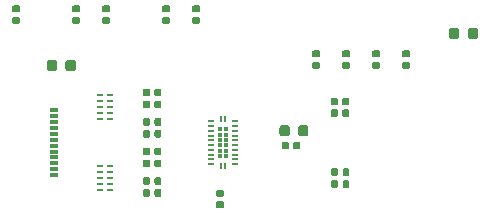
<source format=gbr>
G04 #@! TF.GenerationSoftware,KiCad,Pcbnew,5.1.2*
G04 #@! TF.CreationDate,2019-06-01T11:21:23+02:00*
G04 #@! TF.ProjectId,usb-c-breakout,7573622d-632d-4627-9265-616b6f75742e,rev?*
G04 #@! TF.SameCoordinates,Original*
G04 #@! TF.FileFunction,Paste,Top*
G04 #@! TF.FilePolarity,Positive*
%FSLAX46Y46*%
G04 Gerber Fmt 4.6, Leading zero omitted, Abs format (unit mm)*
G04 Created by KiCad (PCBNEW 5.1.2) date 2019-06-01 11:21:23*
%MOMM*%
%LPD*%
G04 APERTURE LIST*
%ADD10C,0.100000*%
%ADD11C,0.875000*%
%ADD12R,0.300000X0.300000*%
%ADD13R,0.200000X0.500000*%
%ADD14R,0.500000X0.200000*%
%ADD15C,0.590000*%
%ADD16R,0.475000X0.200000*%
%ADD17R,0.700000X0.300000*%
G04 APERTURE END LIST*
D10*
G36*
X82333191Y-92998053D02*
G01*
X82354426Y-93001203D01*
X82375250Y-93006419D01*
X82395462Y-93013651D01*
X82414868Y-93022830D01*
X82433281Y-93033866D01*
X82450524Y-93046654D01*
X82466430Y-93061070D01*
X82480846Y-93076976D01*
X82493634Y-93094219D01*
X82504670Y-93112632D01*
X82513849Y-93132038D01*
X82521081Y-93152250D01*
X82526297Y-93173074D01*
X82529447Y-93194309D01*
X82530500Y-93215750D01*
X82530500Y-93728250D01*
X82529447Y-93749691D01*
X82526297Y-93770926D01*
X82521081Y-93791750D01*
X82513849Y-93811962D01*
X82504670Y-93831368D01*
X82493634Y-93849781D01*
X82480846Y-93867024D01*
X82466430Y-93882930D01*
X82450524Y-93897346D01*
X82433281Y-93910134D01*
X82414868Y-93921170D01*
X82395462Y-93930349D01*
X82375250Y-93937581D01*
X82354426Y-93942797D01*
X82333191Y-93945947D01*
X82311750Y-93947000D01*
X81874250Y-93947000D01*
X81852809Y-93945947D01*
X81831574Y-93942797D01*
X81810750Y-93937581D01*
X81790538Y-93930349D01*
X81771132Y-93921170D01*
X81752719Y-93910134D01*
X81735476Y-93897346D01*
X81719570Y-93882930D01*
X81705154Y-93867024D01*
X81692366Y-93849781D01*
X81681330Y-93831368D01*
X81672151Y-93811962D01*
X81664919Y-93791750D01*
X81659703Y-93770926D01*
X81656553Y-93749691D01*
X81655500Y-93728250D01*
X81655500Y-93215750D01*
X81656553Y-93194309D01*
X81659703Y-93173074D01*
X81664919Y-93152250D01*
X81672151Y-93132038D01*
X81681330Y-93112632D01*
X81692366Y-93094219D01*
X81705154Y-93076976D01*
X81719570Y-93061070D01*
X81735476Y-93046654D01*
X81752719Y-93033866D01*
X81771132Y-93022830D01*
X81790538Y-93013651D01*
X81810750Y-93006419D01*
X81831574Y-93001203D01*
X81852809Y-92998053D01*
X81874250Y-92997000D01*
X82311750Y-92997000D01*
X82333191Y-92998053D01*
X82333191Y-92998053D01*
G37*
D11*
X82093000Y-93472000D03*
D10*
G36*
X80758191Y-92998053D02*
G01*
X80779426Y-93001203D01*
X80800250Y-93006419D01*
X80820462Y-93013651D01*
X80839868Y-93022830D01*
X80858281Y-93033866D01*
X80875524Y-93046654D01*
X80891430Y-93061070D01*
X80905846Y-93076976D01*
X80918634Y-93094219D01*
X80929670Y-93112632D01*
X80938849Y-93132038D01*
X80946081Y-93152250D01*
X80951297Y-93173074D01*
X80954447Y-93194309D01*
X80955500Y-93215750D01*
X80955500Y-93728250D01*
X80954447Y-93749691D01*
X80951297Y-93770926D01*
X80946081Y-93791750D01*
X80938849Y-93811962D01*
X80929670Y-93831368D01*
X80918634Y-93849781D01*
X80905846Y-93867024D01*
X80891430Y-93882930D01*
X80875524Y-93897346D01*
X80858281Y-93910134D01*
X80839868Y-93921170D01*
X80820462Y-93930349D01*
X80800250Y-93937581D01*
X80779426Y-93942797D01*
X80758191Y-93945947D01*
X80736750Y-93947000D01*
X80299250Y-93947000D01*
X80277809Y-93945947D01*
X80256574Y-93942797D01*
X80235750Y-93937581D01*
X80215538Y-93930349D01*
X80196132Y-93921170D01*
X80177719Y-93910134D01*
X80160476Y-93897346D01*
X80144570Y-93882930D01*
X80130154Y-93867024D01*
X80117366Y-93849781D01*
X80106330Y-93831368D01*
X80097151Y-93811962D01*
X80089919Y-93791750D01*
X80084703Y-93770926D01*
X80081553Y-93749691D01*
X80080500Y-93728250D01*
X80080500Y-93215750D01*
X80081553Y-93194309D01*
X80084703Y-93173074D01*
X80089919Y-93152250D01*
X80097151Y-93132038D01*
X80106330Y-93112632D01*
X80117366Y-93094219D01*
X80130154Y-93076976D01*
X80144570Y-93061070D01*
X80160476Y-93046654D01*
X80177719Y-93033866D01*
X80196132Y-93022830D01*
X80215538Y-93013651D01*
X80235750Y-93006419D01*
X80256574Y-93001203D01*
X80277809Y-92998053D01*
X80299250Y-92997000D01*
X80736750Y-92997000D01*
X80758191Y-92998053D01*
X80758191Y-92998053D01*
G37*
D11*
X80518000Y-93472000D03*
D12*
X94780000Y-99775000D03*
X94780000Y-99325000D03*
X94780000Y-100225000D03*
X94780000Y-101125000D03*
X94780000Y-100675000D03*
X94780000Y-98875000D03*
X95225000Y-101125000D03*
X95225000Y-100675000D03*
X95225000Y-98875000D03*
X95225000Y-99325000D03*
X95225000Y-99775000D03*
X95225000Y-100225000D03*
D13*
X94800000Y-102000000D03*
X95200000Y-102000000D03*
D14*
X94000000Y-98200000D03*
X94000000Y-98600000D03*
X94000000Y-100200000D03*
X94000000Y-101800000D03*
X94000000Y-101400000D03*
X94000000Y-100600000D03*
X94000000Y-99000000D03*
X94000000Y-99800000D03*
X94000000Y-101000000D03*
X94000000Y-99400000D03*
D13*
X94800000Y-98000000D03*
X95200000Y-98000000D03*
D14*
X96000000Y-98200000D03*
X96000000Y-98600000D03*
X96000000Y-99000000D03*
X96000000Y-99400000D03*
X96000000Y-99800000D03*
X96000000Y-100200000D03*
X96000000Y-100600000D03*
X96000000Y-101000000D03*
X96000000Y-101400000D03*
X96000000Y-101800000D03*
D10*
G36*
X77656958Y-88374710D02*
G01*
X77671276Y-88376834D01*
X77685317Y-88380351D01*
X77698946Y-88385228D01*
X77712031Y-88391417D01*
X77724447Y-88398858D01*
X77736073Y-88407481D01*
X77746798Y-88417202D01*
X77756519Y-88427927D01*
X77765142Y-88439553D01*
X77772583Y-88451969D01*
X77778772Y-88465054D01*
X77783649Y-88478683D01*
X77787166Y-88492724D01*
X77789290Y-88507042D01*
X77790000Y-88521500D01*
X77790000Y-88816500D01*
X77789290Y-88830958D01*
X77787166Y-88845276D01*
X77783649Y-88859317D01*
X77778772Y-88872946D01*
X77772583Y-88886031D01*
X77765142Y-88898447D01*
X77756519Y-88910073D01*
X77746798Y-88920798D01*
X77736073Y-88930519D01*
X77724447Y-88939142D01*
X77712031Y-88946583D01*
X77698946Y-88952772D01*
X77685317Y-88957649D01*
X77671276Y-88961166D01*
X77656958Y-88963290D01*
X77642500Y-88964000D01*
X77297500Y-88964000D01*
X77283042Y-88963290D01*
X77268724Y-88961166D01*
X77254683Y-88957649D01*
X77241054Y-88952772D01*
X77227969Y-88946583D01*
X77215553Y-88939142D01*
X77203927Y-88930519D01*
X77193202Y-88920798D01*
X77183481Y-88910073D01*
X77174858Y-88898447D01*
X77167417Y-88886031D01*
X77161228Y-88872946D01*
X77156351Y-88859317D01*
X77152834Y-88845276D01*
X77150710Y-88830958D01*
X77150000Y-88816500D01*
X77150000Y-88521500D01*
X77150710Y-88507042D01*
X77152834Y-88492724D01*
X77156351Y-88478683D01*
X77161228Y-88465054D01*
X77167417Y-88451969D01*
X77174858Y-88439553D01*
X77183481Y-88427927D01*
X77193202Y-88417202D01*
X77203927Y-88407481D01*
X77215553Y-88398858D01*
X77227969Y-88391417D01*
X77241054Y-88385228D01*
X77254683Y-88380351D01*
X77268724Y-88376834D01*
X77283042Y-88374710D01*
X77297500Y-88374000D01*
X77642500Y-88374000D01*
X77656958Y-88374710D01*
X77656958Y-88374710D01*
G37*
D15*
X77470000Y-88669000D03*
D10*
G36*
X77656958Y-89344710D02*
G01*
X77671276Y-89346834D01*
X77685317Y-89350351D01*
X77698946Y-89355228D01*
X77712031Y-89361417D01*
X77724447Y-89368858D01*
X77736073Y-89377481D01*
X77746798Y-89387202D01*
X77756519Y-89397927D01*
X77765142Y-89409553D01*
X77772583Y-89421969D01*
X77778772Y-89435054D01*
X77783649Y-89448683D01*
X77787166Y-89462724D01*
X77789290Y-89477042D01*
X77790000Y-89491500D01*
X77790000Y-89786500D01*
X77789290Y-89800958D01*
X77787166Y-89815276D01*
X77783649Y-89829317D01*
X77778772Y-89842946D01*
X77772583Y-89856031D01*
X77765142Y-89868447D01*
X77756519Y-89880073D01*
X77746798Y-89890798D01*
X77736073Y-89900519D01*
X77724447Y-89909142D01*
X77712031Y-89916583D01*
X77698946Y-89922772D01*
X77685317Y-89927649D01*
X77671276Y-89931166D01*
X77656958Y-89933290D01*
X77642500Y-89934000D01*
X77297500Y-89934000D01*
X77283042Y-89933290D01*
X77268724Y-89931166D01*
X77254683Y-89927649D01*
X77241054Y-89922772D01*
X77227969Y-89916583D01*
X77215553Y-89909142D01*
X77203927Y-89900519D01*
X77193202Y-89890798D01*
X77183481Y-89880073D01*
X77174858Y-89868447D01*
X77167417Y-89856031D01*
X77161228Y-89842946D01*
X77156351Y-89829317D01*
X77152834Y-89815276D01*
X77150710Y-89800958D01*
X77150000Y-89786500D01*
X77150000Y-89491500D01*
X77150710Y-89477042D01*
X77152834Y-89462724D01*
X77156351Y-89448683D01*
X77161228Y-89435054D01*
X77167417Y-89421969D01*
X77174858Y-89409553D01*
X77183481Y-89397927D01*
X77193202Y-89387202D01*
X77203927Y-89377481D01*
X77215553Y-89368858D01*
X77227969Y-89361417D01*
X77241054Y-89355228D01*
X77254683Y-89350351D01*
X77268724Y-89346834D01*
X77283042Y-89344710D01*
X77297500Y-89344000D01*
X77642500Y-89344000D01*
X77656958Y-89344710D01*
X77656958Y-89344710D01*
G37*
D15*
X77470000Y-89639000D03*
D10*
G36*
X82736958Y-89344710D02*
G01*
X82751276Y-89346834D01*
X82765317Y-89350351D01*
X82778946Y-89355228D01*
X82792031Y-89361417D01*
X82804447Y-89368858D01*
X82816073Y-89377481D01*
X82826798Y-89387202D01*
X82836519Y-89397927D01*
X82845142Y-89409553D01*
X82852583Y-89421969D01*
X82858772Y-89435054D01*
X82863649Y-89448683D01*
X82867166Y-89462724D01*
X82869290Y-89477042D01*
X82870000Y-89491500D01*
X82870000Y-89786500D01*
X82869290Y-89800958D01*
X82867166Y-89815276D01*
X82863649Y-89829317D01*
X82858772Y-89842946D01*
X82852583Y-89856031D01*
X82845142Y-89868447D01*
X82836519Y-89880073D01*
X82826798Y-89890798D01*
X82816073Y-89900519D01*
X82804447Y-89909142D01*
X82792031Y-89916583D01*
X82778946Y-89922772D01*
X82765317Y-89927649D01*
X82751276Y-89931166D01*
X82736958Y-89933290D01*
X82722500Y-89934000D01*
X82377500Y-89934000D01*
X82363042Y-89933290D01*
X82348724Y-89931166D01*
X82334683Y-89927649D01*
X82321054Y-89922772D01*
X82307969Y-89916583D01*
X82295553Y-89909142D01*
X82283927Y-89900519D01*
X82273202Y-89890798D01*
X82263481Y-89880073D01*
X82254858Y-89868447D01*
X82247417Y-89856031D01*
X82241228Y-89842946D01*
X82236351Y-89829317D01*
X82232834Y-89815276D01*
X82230710Y-89800958D01*
X82230000Y-89786500D01*
X82230000Y-89491500D01*
X82230710Y-89477042D01*
X82232834Y-89462724D01*
X82236351Y-89448683D01*
X82241228Y-89435054D01*
X82247417Y-89421969D01*
X82254858Y-89409553D01*
X82263481Y-89397927D01*
X82273202Y-89387202D01*
X82283927Y-89377481D01*
X82295553Y-89368858D01*
X82307969Y-89361417D01*
X82321054Y-89355228D01*
X82334683Y-89350351D01*
X82348724Y-89346834D01*
X82363042Y-89344710D01*
X82377500Y-89344000D01*
X82722500Y-89344000D01*
X82736958Y-89344710D01*
X82736958Y-89344710D01*
G37*
D15*
X82550000Y-89639000D03*
D10*
G36*
X82736958Y-88374710D02*
G01*
X82751276Y-88376834D01*
X82765317Y-88380351D01*
X82778946Y-88385228D01*
X82792031Y-88391417D01*
X82804447Y-88398858D01*
X82816073Y-88407481D01*
X82826798Y-88417202D01*
X82836519Y-88427927D01*
X82845142Y-88439553D01*
X82852583Y-88451969D01*
X82858772Y-88465054D01*
X82863649Y-88478683D01*
X82867166Y-88492724D01*
X82869290Y-88507042D01*
X82870000Y-88521500D01*
X82870000Y-88816500D01*
X82869290Y-88830958D01*
X82867166Y-88845276D01*
X82863649Y-88859317D01*
X82858772Y-88872946D01*
X82852583Y-88886031D01*
X82845142Y-88898447D01*
X82836519Y-88910073D01*
X82826798Y-88920798D01*
X82816073Y-88930519D01*
X82804447Y-88939142D01*
X82792031Y-88946583D01*
X82778946Y-88952772D01*
X82765317Y-88957649D01*
X82751276Y-88961166D01*
X82736958Y-88963290D01*
X82722500Y-88964000D01*
X82377500Y-88964000D01*
X82363042Y-88963290D01*
X82348724Y-88961166D01*
X82334683Y-88957649D01*
X82321054Y-88952772D01*
X82307969Y-88946583D01*
X82295553Y-88939142D01*
X82283927Y-88930519D01*
X82273202Y-88920798D01*
X82263481Y-88910073D01*
X82254858Y-88898447D01*
X82247417Y-88886031D01*
X82241228Y-88872946D01*
X82236351Y-88859317D01*
X82232834Y-88845276D01*
X82230710Y-88830958D01*
X82230000Y-88816500D01*
X82230000Y-88521500D01*
X82230710Y-88507042D01*
X82232834Y-88492724D01*
X82236351Y-88478683D01*
X82241228Y-88465054D01*
X82247417Y-88451969D01*
X82254858Y-88439553D01*
X82263481Y-88427927D01*
X82273202Y-88417202D01*
X82283927Y-88407481D01*
X82295553Y-88398858D01*
X82307969Y-88391417D01*
X82321054Y-88385228D01*
X82334683Y-88380351D01*
X82348724Y-88376834D01*
X82363042Y-88374710D01*
X82377500Y-88374000D01*
X82722500Y-88374000D01*
X82736958Y-88374710D01*
X82736958Y-88374710D01*
G37*
D15*
X82550000Y-88669000D03*
D10*
G36*
X85276958Y-88374710D02*
G01*
X85291276Y-88376834D01*
X85305317Y-88380351D01*
X85318946Y-88385228D01*
X85332031Y-88391417D01*
X85344447Y-88398858D01*
X85356073Y-88407481D01*
X85366798Y-88417202D01*
X85376519Y-88427927D01*
X85385142Y-88439553D01*
X85392583Y-88451969D01*
X85398772Y-88465054D01*
X85403649Y-88478683D01*
X85407166Y-88492724D01*
X85409290Y-88507042D01*
X85410000Y-88521500D01*
X85410000Y-88816500D01*
X85409290Y-88830958D01*
X85407166Y-88845276D01*
X85403649Y-88859317D01*
X85398772Y-88872946D01*
X85392583Y-88886031D01*
X85385142Y-88898447D01*
X85376519Y-88910073D01*
X85366798Y-88920798D01*
X85356073Y-88930519D01*
X85344447Y-88939142D01*
X85332031Y-88946583D01*
X85318946Y-88952772D01*
X85305317Y-88957649D01*
X85291276Y-88961166D01*
X85276958Y-88963290D01*
X85262500Y-88964000D01*
X84917500Y-88964000D01*
X84903042Y-88963290D01*
X84888724Y-88961166D01*
X84874683Y-88957649D01*
X84861054Y-88952772D01*
X84847969Y-88946583D01*
X84835553Y-88939142D01*
X84823927Y-88930519D01*
X84813202Y-88920798D01*
X84803481Y-88910073D01*
X84794858Y-88898447D01*
X84787417Y-88886031D01*
X84781228Y-88872946D01*
X84776351Y-88859317D01*
X84772834Y-88845276D01*
X84770710Y-88830958D01*
X84770000Y-88816500D01*
X84770000Y-88521500D01*
X84770710Y-88507042D01*
X84772834Y-88492724D01*
X84776351Y-88478683D01*
X84781228Y-88465054D01*
X84787417Y-88451969D01*
X84794858Y-88439553D01*
X84803481Y-88427927D01*
X84813202Y-88417202D01*
X84823927Y-88407481D01*
X84835553Y-88398858D01*
X84847969Y-88391417D01*
X84861054Y-88385228D01*
X84874683Y-88380351D01*
X84888724Y-88376834D01*
X84903042Y-88374710D01*
X84917500Y-88374000D01*
X85262500Y-88374000D01*
X85276958Y-88374710D01*
X85276958Y-88374710D01*
G37*
D15*
X85090000Y-88669000D03*
D10*
G36*
X85276958Y-89344710D02*
G01*
X85291276Y-89346834D01*
X85305317Y-89350351D01*
X85318946Y-89355228D01*
X85332031Y-89361417D01*
X85344447Y-89368858D01*
X85356073Y-89377481D01*
X85366798Y-89387202D01*
X85376519Y-89397927D01*
X85385142Y-89409553D01*
X85392583Y-89421969D01*
X85398772Y-89435054D01*
X85403649Y-89448683D01*
X85407166Y-89462724D01*
X85409290Y-89477042D01*
X85410000Y-89491500D01*
X85410000Y-89786500D01*
X85409290Y-89800958D01*
X85407166Y-89815276D01*
X85403649Y-89829317D01*
X85398772Y-89842946D01*
X85392583Y-89856031D01*
X85385142Y-89868447D01*
X85376519Y-89880073D01*
X85366798Y-89890798D01*
X85356073Y-89900519D01*
X85344447Y-89909142D01*
X85332031Y-89916583D01*
X85318946Y-89922772D01*
X85305317Y-89927649D01*
X85291276Y-89931166D01*
X85276958Y-89933290D01*
X85262500Y-89934000D01*
X84917500Y-89934000D01*
X84903042Y-89933290D01*
X84888724Y-89931166D01*
X84874683Y-89927649D01*
X84861054Y-89922772D01*
X84847969Y-89916583D01*
X84835553Y-89909142D01*
X84823927Y-89900519D01*
X84813202Y-89890798D01*
X84803481Y-89880073D01*
X84794858Y-89868447D01*
X84787417Y-89856031D01*
X84781228Y-89842946D01*
X84776351Y-89829317D01*
X84772834Y-89815276D01*
X84770710Y-89800958D01*
X84770000Y-89786500D01*
X84770000Y-89491500D01*
X84770710Y-89477042D01*
X84772834Y-89462724D01*
X84776351Y-89448683D01*
X84781228Y-89435054D01*
X84787417Y-89421969D01*
X84794858Y-89409553D01*
X84803481Y-89397927D01*
X84813202Y-89387202D01*
X84823927Y-89377481D01*
X84835553Y-89368858D01*
X84847969Y-89361417D01*
X84861054Y-89355228D01*
X84874683Y-89350351D01*
X84888724Y-89346834D01*
X84903042Y-89344710D01*
X84917500Y-89344000D01*
X85262500Y-89344000D01*
X85276958Y-89344710D01*
X85276958Y-89344710D01*
G37*
D15*
X85090000Y-89639000D03*
D10*
G36*
X90356958Y-89344710D02*
G01*
X90371276Y-89346834D01*
X90385317Y-89350351D01*
X90398946Y-89355228D01*
X90412031Y-89361417D01*
X90424447Y-89368858D01*
X90436073Y-89377481D01*
X90446798Y-89387202D01*
X90456519Y-89397927D01*
X90465142Y-89409553D01*
X90472583Y-89421969D01*
X90478772Y-89435054D01*
X90483649Y-89448683D01*
X90487166Y-89462724D01*
X90489290Y-89477042D01*
X90490000Y-89491500D01*
X90490000Y-89786500D01*
X90489290Y-89800958D01*
X90487166Y-89815276D01*
X90483649Y-89829317D01*
X90478772Y-89842946D01*
X90472583Y-89856031D01*
X90465142Y-89868447D01*
X90456519Y-89880073D01*
X90446798Y-89890798D01*
X90436073Y-89900519D01*
X90424447Y-89909142D01*
X90412031Y-89916583D01*
X90398946Y-89922772D01*
X90385317Y-89927649D01*
X90371276Y-89931166D01*
X90356958Y-89933290D01*
X90342500Y-89934000D01*
X89997500Y-89934000D01*
X89983042Y-89933290D01*
X89968724Y-89931166D01*
X89954683Y-89927649D01*
X89941054Y-89922772D01*
X89927969Y-89916583D01*
X89915553Y-89909142D01*
X89903927Y-89900519D01*
X89893202Y-89890798D01*
X89883481Y-89880073D01*
X89874858Y-89868447D01*
X89867417Y-89856031D01*
X89861228Y-89842946D01*
X89856351Y-89829317D01*
X89852834Y-89815276D01*
X89850710Y-89800958D01*
X89850000Y-89786500D01*
X89850000Y-89491500D01*
X89850710Y-89477042D01*
X89852834Y-89462724D01*
X89856351Y-89448683D01*
X89861228Y-89435054D01*
X89867417Y-89421969D01*
X89874858Y-89409553D01*
X89883481Y-89397927D01*
X89893202Y-89387202D01*
X89903927Y-89377481D01*
X89915553Y-89368858D01*
X89927969Y-89361417D01*
X89941054Y-89355228D01*
X89954683Y-89350351D01*
X89968724Y-89346834D01*
X89983042Y-89344710D01*
X89997500Y-89344000D01*
X90342500Y-89344000D01*
X90356958Y-89344710D01*
X90356958Y-89344710D01*
G37*
D15*
X90170000Y-89639000D03*
D10*
G36*
X90356958Y-88374710D02*
G01*
X90371276Y-88376834D01*
X90385317Y-88380351D01*
X90398946Y-88385228D01*
X90412031Y-88391417D01*
X90424447Y-88398858D01*
X90436073Y-88407481D01*
X90446798Y-88417202D01*
X90456519Y-88427927D01*
X90465142Y-88439553D01*
X90472583Y-88451969D01*
X90478772Y-88465054D01*
X90483649Y-88478683D01*
X90487166Y-88492724D01*
X90489290Y-88507042D01*
X90490000Y-88521500D01*
X90490000Y-88816500D01*
X90489290Y-88830958D01*
X90487166Y-88845276D01*
X90483649Y-88859317D01*
X90478772Y-88872946D01*
X90472583Y-88886031D01*
X90465142Y-88898447D01*
X90456519Y-88910073D01*
X90446798Y-88920798D01*
X90436073Y-88930519D01*
X90424447Y-88939142D01*
X90412031Y-88946583D01*
X90398946Y-88952772D01*
X90385317Y-88957649D01*
X90371276Y-88961166D01*
X90356958Y-88963290D01*
X90342500Y-88964000D01*
X89997500Y-88964000D01*
X89983042Y-88963290D01*
X89968724Y-88961166D01*
X89954683Y-88957649D01*
X89941054Y-88952772D01*
X89927969Y-88946583D01*
X89915553Y-88939142D01*
X89903927Y-88930519D01*
X89893202Y-88920798D01*
X89883481Y-88910073D01*
X89874858Y-88898447D01*
X89867417Y-88886031D01*
X89861228Y-88872946D01*
X89856351Y-88859317D01*
X89852834Y-88845276D01*
X89850710Y-88830958D01*
X89850000Y-88816500D01*
X89850000Y-88521500D01*
X89850710Y-88507042D01*
X89852834Y-88492724D01*
X89856351Y-88478683D01*
X89861228Y-88465054D01*
X89867417Y-88451969D01*
X89874858Y-88439553D01*
X89883481Y-88427927D01*
X89893202Y-88417202D01*
X89903927Y-88407481D01*
X89915553Y-88398858D01*
X89927969Y-88391417D01*
X89941054Y-88385228D01*
X89954683Y-88380351D01*
X89968724Y-88376834D01*
X89983042Y-88374710D01*
X89997500Y-88374000D01*
X90342500Y-88374000D01*
X90356958Y-88374710D01*
X90356958Y-88374710D01*
G37*
D15*
X90170000Y-88669000D03*
D10*
G36*
X92896958Y-89344710D02*
G01*
X92911276Y-89346834D01*
X92925317Y-89350351D01*
X92938946Y-89355228D01*
X92952031Y-89361417D01*
X92964447Y-89368858D01*
X92976073Y-89377481D01*
X92986798Y-89387202D01*
X92996519Y-89397927D01*
X93005142Y-89409553D01*
X93012583Y-89421969D01*
X93018772Y-89435054D01*
X93023649Y-89448683D01*
X93027166Y-89462724D01*
X93029290Y-89477042D01*
X93030000Y-89491500D01*
X93030000Y-89786500D01*
X93029290Y-89800958D01*
X93027166Y-89815276D01*
X93023649Y-89829317D01*
X93018772Y-89842946D01*
X93012583Y-89856031D01*
X93005142Y-89868447D01*
X92996519Y-89880073D01*
X92986798Y-89890798D01*
X92976073Y-89900519D01*
X92964447Y-89909142D01*
X92952031Y-89916583D01*
X92938946Y-89922772D01*
X92925317Y-89927649D01*
X92911276Y-89931166D01*
X92896958Y-89933290D01*
X92882500Y-89934000D01*
X92537500Y-89934000D01*
X92523042Y-89933290D01*
X92508724Y-89931166D01*
X92494683Y-89927649D01*
X92481054Y-89922772D01*
X92467969Y-89916583D01*
X92455553Y-89909142D01*
X92443927Y-89900519D01*
X92433202Y-89890798D01*
X92423481Y-89880073D01*
X92414858Y-89868447D01*
X92407417Y-89856031D01*
X92401228Y-89842946D01*
X92396351Y-89829317D01*
X92392834Y-89815276D01*
X92390710Y-89800958D01*
X92390000Y-89786500D01*
X92390000Y-89491500D01*
X92390710Y-89477042D01*
X92392834Y-89462724D01*
X92396351Y-89448683D01*
X92401228Y-89435054D01*
X92407417Y-89421969D01*
X92414858Y-89409553D01*
X92423481Y-89397927D01*
X92433202Y-89387202D01*
X92443927Y-89377481D01*
X92455553Y-89368858D01*
X92467969Y-89361417D01*
X92481054Y-89355228D01*
X92494683Y-89350351D01*
X92508724Y-89346834D01*
X92523042Y-89344710D01*
X92537500Y-89344000D01*
X92882500Y-89344000D01*
X92896958Y-89344710D01*
X92896958Y-89344710D01*
G37*
D15*
X92710000Y-89639000D03*
D10*
G36*
X92896958Y-88374710D02*
G01*
X92911276Y-88376834D01*
X92925317Y-88380351D01*
X92938946Y-88385228D01*
X92952031Y-88391417D01*
X92964447Y-88398858D01*
X92976073Y-88407481D01*
X92986798Y-88417202D01*
X92996519Y-88427927D01*
X93005142Y-88439553D01*
X93012583Y-88451969D01*
X93018772Y-88465054D01*
X93023649Y-88478683D01*
X93027166Y-88492724D01*
X93029290Y-88507042D01*
X93030000Y-88521500D01*
X93030000Y-88816500D01*
X93029290Y-88830958D01*
X93027166Y-88845276D01*
X93023649Y-88859317D01*
X93018772Y-88872946D01*
X93012583Y-88886031D01*
X93005142Y-88898447D01*
X92996519Y-88910073D01*
X92986798Y-88920798D01*
X92976073Y-88930519D01*
X92964447Y-88939142D01*
X92952031Y-88946583D01*
X92938946Y-88952772D01*
X92925317Y-88957649D01*
X92911276Y-88961166D01*
X92896958Y-88963290D01*
X92882500Y-88964000D01*
X92537500Y-88964000D01*
X92523042Y-88963290D01*
X92508724Y-88961166D01*
X92494683Y-88957649D01*
X92481054Y-88952772D01*
X92467969Y-88946583D01*
X92455553Y-88939142D01*
X92443927Y-88930519D01*
X92433202Y-88920798D01*
X92423481Y-88910073D01*
X92414858Y-88898447D01*
X92407417Y-88886031D01*
X92401228Y-88872946D01*
X92396351Y-88859317D01*
X92392834Y-88845276D01*
X92390710Y-88830958D01*
X92390000Y-88816500D01*
X92390000Y-88521500D01*
X92390710Y-88507042D01*
X92392834Y-88492724D01*
X92396351Y-88478683D01*
X92401228Y-88465054D01*
X92407417Y-88451969D01*
X92414858Y-88439553D01*
X92423481Y-88427927D01*
X92433202Y-88417202D01*
X92443927Y-88407481D01*
X92455553Y-88398858D01*
X92467969Y-88391417D01*
X92481054Y-88385228D01*
X92494683Y-88380351D01*
X92508724Y-88376834D01*
X92523042Y-88374710D01*
X92537500Y-88374000D01*
X92882500Y-88374000D01*
X92896958Y-88374710D01*
X92896958Y-88374710D01*
G37*
D15*
X92710000Y-88669000D03*
D10*
G36*
X103056958Y-93154710D02*
G01*
X103071276Y-93156834D01*
X103085317Y-93160351D01*
X103098946Y-93165228D01*
X103112031Y-93171417D01*
X103124447Y-93178858D01*
X103136073Y-93187481D01*
X103146798Y-93197202D01*
X103156519Y-93207927D01*
X103165142Y-93219553D01*
X103172583Y-93231969D01*
X103178772Y-93245054D01*
X103183649Y-93258683D01*
X103187166Y-93272724D01*
X103189290Y-93287042D01*
X103190000Y-93301500D01*
X103190000Y-93596500D01*
X103189290Y-93610958D01*
X103187166Y-93625276D01*
X103183649Y-93639317D01*
X103178772Y-93652946D01*
X103172583Y-93666031D01*
X103165142Y-93678447D01*
X103156519Y-93690073D01*
X103146798Y-93700798D01*
X103136073Y-93710519D01*
X103124447Y-93719142D01*
X103112031Y-93726583D01*
X103098946Y-93732772D01*
X103085317Y-93737649D01*
X103071276Y-93741166D01*
X103056958Y-93743290D01*
X103042500Y-93744000D01*
X102697500Y-93744000D01*
X102683042Y-93743290D01*
X102668724Y-93741166D01*
X102654683Y-93737649D01*
X102641054Y-93732772D01*
X102627969Y-93726583D01*
X102615553Y-93719142D01*
X102603927Y-93710519D01*
X102593202Y-93700798D01*
X102583481Y-93690073D01*
X102574858Y-93678447D01*
X102567417Y-93666031D01*
X102561228Y-93652946D01*
X102556351Y-93639317D01*
X102552834Y-93625276D01*
X102550710Y-93610958D01*
X102550000Y-93596500D01*
X102550000Y-93301500D01*
X102550710Y-93287042D01*
X102552834Y-93272724D01*
X102556351Y-93258683D01*
X102561228Y-93245054D01*
X102567417Y-93231969D01*
X102574858Y-93219553D01*
X102583481Y-93207927D01*
X102593202Y-93197202D01*
X102603927Y-93187481D01*
X102615553Y-93178858D01*
X102627969Y-93171417D01*
X102641054Y-93165228D01*
X102654683Y-93160351D01*
X102668724Y-93156834D01*
X102683042Y-93154710D01*
X102697500Y-93154000D01*
X103042500Y-93154000D01*
X103056958Y-93154710D01*
X103056958Y-93154710D01*
G37*
D15*
X102870000Y-93449000D03*
D10*
G36*
X103056958Y-92184710D02*
G01*
X103071276Y-92186834D01*
X103085317Y-92190351D01*
X103098946Y-92195228D01*
X103112031Y-92201417D01*
X103124447Y-92208858D01*
X103136073Y-92217481D01*
X103146798Y-92227202D01*
X103156519Y-92237927D01*
X103165142Y-92249553D01*
X103172583Y-92261969D01*
X103178772Y-92275054D01*
X103183649Y-92288683D01*
X103187166Y-92302724D01*
X103189290Y-92317042D01*
X103190000Y-92331500D01*
X103190000Y-92626500D01*
X103189290Y-92640958D01*
X103187166Y-92655276D01*
X103183649Y-92669317D01*
X103178772Y-92682946D01*
X103172583Y-92696031D01*
X103165142Y-92708447D01*
X103156519Y-92720073D01*
X103146798Y-92730798D01*
X103136073Y-92740519D01*
X103124447Y-92749142D01*
X103112031Y-92756583D01*
X103098946Y-92762772D01*
X103085317Y-92767649D01*
X103071276Y-92771166D01*
X103056958Y-92773290D01*
X103042500Y-92774000D01*
X102697500Y-92774000D01*
X102683042Y-92773290D01*
X102668724Y-92771166D01*
X102654683Y-92767649D01*
X102641054Y-92762772D01*
X102627969Y-92756583D01*
X102615553Y-92749142D01*
X102603927Y-92740519D01*
X102593202Y-92730798D01*
X102583481Y-92720073D01*
X102574858Y-92708447D01*
X102567417Y-92696031D01*
X102561228Y-92682946D01*
X102556351Y-92669317D01*
X102552834Y-92655276D01*
X102550710Y-92640958D01*
X102550000Y-92626500D01*
X102550000Y-92331500D01*
X102550710Y-92317042D01*
X102552834Y-92302724D01*
X102556351Y-92288683D01*
X102561228Y-92275054D01*
X102567417Y-92261969D01*
X102574858Y-92249553D01*
X102583481Y-92237927D01*
X102593202Y-92227202D01*
X102603927Y-92217481D01*
X102615553Y-92208858D01*
X102627969Y-92201417D01*
X102641054Y-92195228D01*
X102654683Y-92190351D01*
X102668724Y-92186834D01*
X102683042Y-92184710D01*
X102697500Y-92184000D01*
X103042500Y-92184000D01*
X103056958Y-92184710D01*
X103056958Y-92184710D01*
G37*
D15*
X102870000Y-92479000D03*
D10*
G36*
X105596958Y-93154710D02*
G01*
X105611276Y-93156834D01*
X105625317Y-93160351D01*
X105638946Y-93165228D01*
X105652031Y-93171417D01*
X105664447Y-93178858D01*
X105676073Y-93187481D01*
X105686798Y-93197202D01*
X105696519Y-93207927D01*
X105705142Y-93219553D01*
X105712583Y-93231969D01*
X105718772Y-93245054D01*
X105723649Y-93258683D01*
X105727166Y-93272724D01*
X105729290Y-93287042D01*
X105730000Y-93301500D01*
X105730000Y-93596500D01*
X105729290Y-93610958D01*
X105727166Y-93625276D01*
X105723649Y-93639317D01*
X105718772Y-93652946D01*
X105712583Y-93666031D01*
X105705142Y-93678447D01*
X105696519Y-93690073D01*
X105686798Y-93700798D01*
X105676073Y-93710519D01*
X105664447Y-93719142D01*
X105652031Y-93726583D01*
X105638946Y-93732772D01*
X105625317Y-93737649D01*
X105611276Y-93741166D01*
X105596958Y-93743290D01*
X105582500Y-93744000D01*
X105237500Y-93744000D01*
X105223042Y-93743290D01*
X105208724Y-93741166D01*
X105194683Y-93737649D01*
X105181054Y-93732772D01*
X105167969Y-93726583D01*
X105155553Y-93719142D01*
X105143927Y-93710519D01*
X105133202Y-93700798D01*
X105123481Y-93690073D01*
X105114858Y-93678447D01*
X105107417Y-93666031D01*
X105101228Y-93652946D01*
X105096351Y-93639317D01*
X105092834Y-93625276D01*
X105090710Y-93610958D01*
X105090000Y-93596500D01*
X105090000Y-93301500D01*
X105090710Y-93287042D01*
X105092834Y-93272724D01*
X105096351Y-93258683D01*
X105101228Y-93245054D01*
X105107417Y-93231969D01*
X105114858Y-93219553D01*
X105123481Y-93207927D01*
X105133202Y-93197202D01*
X105143927Y-93187481D01*
X105155553Y-93178858D01*
X105167969Y-93171417D01*
X105181054Y-93165228D01*
X105194683Y-93160351D01*
X105208724Y-93156834D01*
X105223042Y-93154710D01*
X105237500Y-93154000D01*
X105582500Y-93154000D01*
X105596958Y-93154710D01*
X105596958Y-93154710D01*
G37*
D15*
X105410000Y-93449000D03*
D10*
G36*
X105596958Y-92184710D02*
G01*
X105611276Y-92186834D01*
X105625317Y-92190351D01*
X105638946Y-92195228D01*
X105652031Y-92201417D01*
X105664447Y-92208858D01*
X105676073Y-92217481D01*
X105686798Y-92227202D01*
X105696519Y-92237927D01*
X105705142Y-92249553D01*
X105712583Y-92261969D01*
X105718772Y-92275054D01*
X105723649Y-92288683D01*
X105727166Y-92302724D01*
X105729290Y-92317042D01*
X105730000Y-92331500D01*
X105730000Y-92626500D01*
X105729290Y-92640958D01*
X105727166Y-92655276D01*
X105723649Y-92669317D01*
X105718772Y-92682946D01*
X105712583Y-92696031D01*
X105705142Y-92708447D01*
X105696519Y-92720073D01*
X105686798Y-92730798D01*
X105676073Y-92740519D01*
X105664447Y-92749142D01*
X105652031Y-92756583D01*
X105638946Y-92762772D01*
X105625317Y-92767649D01*
X105611276Y-92771166D01*
X105596958Y-92773290D01*
X105582500Y-92774000D01*
X105237500Y-92774000D01*
X105223042Y-92773290D01*
X105208724Y-92771166D01*
X105194683Y-92767649D01*
X105181054Y-92762772D01*
X105167969Y-92756583D01*
X105155553Y-92749142D01*
X105143927Y-92740519D01*
X105133202Y-92730798D01*
X105123481Y-92720073D01*
X105114858Y-92708447D01*
X105107417Y-92696031D01*
X105101228Y-92682946D01*
X105096351Y-92669317D01*
X105092834Y-92655276D01*
X105090710Y-92640958D01*
X105090000Y-92626500D01*
X105090000Y-92331500D01*
X105090710Y-92317042D01*
X105092834Y-92302724D01*
X105096351Y-92288683D01*
X105101228Y-92275054D01*
X105107417Y-92261969D01*
X105114858Y-92249553D01*
X105123481Y-92237927D01*
X105133202Y-92227202D01*
X105143927Y-92217481D01*
X105155553Y-92208858D01*
X105167969Y-92201417D01*
X105181054Y-92195228D01*
X105194683Y-92190351D01*
X105208724Y-92186834D01*
X105223042Y-92184710D01*
X105237500Y-92184000D01*
X105582500Y-92184000D01*
X105596958Y-92184710D01*
X105596958Y-92184710D01*
G37*
D15*
X105410000Y-92479000D03*
D10*
G36*
X108136958Y-93154710D02*
G01*
X108151276Y-93156834D01*
X108165317Y-93160351D01*
X108178946Y-93165228D01*
X108192031Y-93171417D01*
X108204447Y-93178858D01*
X108216073Y-93187481D01*
X108226798Y-93197202D01*
X108236519Y-93207927D01*
X108245142Y-93219553D01*
X108252583Y-93231969D01*
X108258772Y-93245054D01*
X108263649Y-93258683D01*
X108267166Y-93272724D01*
X108269290Y-93287042D01*
X108270000Y-93301500D01*
X108270000Y-93596500D01*
X108269290Y-93610958D01*
X108267166Y-93625276D01*
X108263649Y-93639317D01*
X108258772Y-93652946D01*
X108252583Y-93666031D01*
X108245142Y-93678447D01*
X108236519Y-93690073D01*
X108226798Y-93700798D01*
X108216073Y-93710519D01*
X108204447Y-93719142D01*
X108192031Y-93726583D01*
X108178946Y-93732772D01*
X108165317Y-93737649D01*
X108151276Y-93741166D01*
X108136958Y-93743290D01*
X108122500Y-93744000D01*
X107777500Y-93744000D01*
X107763042Y-93743290D01*
X107748724Y-93741166D01*
X107734683Y-93737649D01*
X107721054Y-93732772D01*
X107707969Y-93726583D01*
X107695553Y-93719142D01*
X107683927Y-93710519D01*
X107673202Y-93700798D01*
X107663481Y-93690073D01*
X107654858Y-93678447D01*
X107647417Y-93666031D01*
X107641228Y-93652946D01*
X107636351Y-93639317D01*
X107632834Y-93625276D01*
X107630710Y-93610958D01*
X107630000Y-93596500D01*
X107630000Y-93301500D01*
X107630710Y-93287042D01*
X107632834Y-93272724D01*
X107636351Y-93258683D01*
X107641228Y-93245054D01*
X107647417Y-93231969D01*
X107654858Y-93219553D01*
X107663481Y-93207927D01*
X107673202Y-93197202D01*
X107683927Y-93187481D01*
X107695553Y-93178858D01*
X107707969Y-93171417D01*
X107721054Y-93165228D01*
X107734683Y-93160351D01*
X107748724Y-93156834D01*
X107763042Y-93154710D01*
X107777500Y-93154000D01*
X108122500Y-93154000D01*
X108136958Y-93154710D01*
X108136958Y-93154710D01*
G37*
D15*
X107950000Y-93449000D03*
D10*
G36*
X108136958Y-92184710D02*
G01*
X108151276Y-92186834D01*
X108165317Y-92190351D01*
X108178946Y-92195228D01*
X108192031Y-92201417D01*
X108204447Y-92208858D01*
X108216073Y-92217481D01*
X108226798Y-92227202D01*
X108236519Y-92237927D01*
X108245142Y-92249553D01*
X108252583Y-92261969D01*
X108258772Y-92275054D01*
X108263649Y-92288683D01*
X108267166Y-92302724D01*
X108269290Y-92317042D01*
X108270000Y-92331500D01*
X108270000Y-92626500D01*
X108269290Y-92640958D01*
X108267166Y-92655276D01*
X108263649Y-92669317D01*
X108258772Y-92682946D01*
X108252583Y-92696031D01*
X108245142Y-92708447D01*
X108236519Y-92720073D01*
X108226798Y-92730798D01*
X108216073Y-92740519D01*
X108204447Y-92749142D01*
X108192031Y-92756583D01*
X108178946Y-92762772D01*
X108165317Y-92767649D01*
X108151276Y-92771166D01*
X108136958Y-92773290D01*
X108122500Y-92774000D01*
X107777500Y-92774000D01*
X107763042Y-92773290D01*
X107748724Y-92771166D01*
X107734683Y-92767649D01*
X107721054Y-92762772D01*
X107707969Y-92756583D01*
X107695553Y-92749142D01*
X107683927Y-92740519D01*
X107673202Y-92730798D01*
X107663481Y-92720073D01*
X107654858Y-92708447D01*
X107647417Y-92696031D01*
X107641228Y-92682946D01*
X107636351Y-92669317D01*
X107632834Y-92655276D01*
X107630710Y-92640958D01*
X107630000Y-92626500D01*
X107630000Y-92331500D01*
X107630710Y-92317042D01*
X107632834Y-92302724D01*
X107636351Y-92288683D01*
X107641228Y-92275054D01*
X107647417Y-92261969D01*
X107654858Y-92249553D01*
X107663481Y-92237927D01*
X107673202Y-92227202D01*
X107683927Y-92217481D01*
X107695553Y-92208858D01*
X107707969Y-92201417D01*
X107721054Y-92195228D01*
X107734683Y-92190351D01*
X107748724Y-92186834D01*
X107763042Y-92184710D01*
X107777500Y-92184000D01*
X108122500Y-92184000D01*
X108136958Y-92184710D01*
X108136958Y-92184710D01*
G37*
D15*
X107950000Y-92479000D03*
D10*
G36*
X110676958Y-93154710D02*
G01*
X110691276Y-93156834D01*
X110705317Y-93160351D01*
X110718946Y-93165228D01*
X110732031Y-93171417D01*
X110744447Y-93178858D01*
X110756073Y-93187481D01*
X110766798Y-93197202D01*
X110776519Y-93207927D01*
X110785142Y-93219553D01*
X110792583Y-93231969D01*
X110798772Y-93245054D01*
X110803649Y-93258683D01*
X110807166Y-93272724D01*
X110809290Y-93287042D01*
X110810000Y-93301500D01*
X110810000Y-93596500D01*
X110809290Y-93610958D01*
X110807166Y-93625276D01*
X110803649Y-93639317D01*
X110798772Y-93652946D01*
X110792583Y-93666031D01*
X110785142Y-93678447D01*
X110776519Y-93690073D01*
X110766798Y-93700798D01*
X110756073Y-93710519D01*
X110744447Y-93719142D01*
X110732031Y-93726583D01*
X110718946Y-93732772D01*
X110705317Y-93737649D01*
X110691276Y-93741166D01*
X110676958Y-93743290D01*
X110662500Y-93744000D01*
X110317500Y-93744000D01*
X110303042Y-93743290D01*
X110288724Y-93741166D01*
X110274683Y-93737649D01*
X110261054Y-93732772D01*
X110247969Y-93726583D01*
X110235553Y-93719142D01*
X110223927Y-93710519D01*
X110213202Y-93700798D01*
X110203481Y-93690073D01*
X110194858Y-93678447D01*
X110187417Y-93666031D01*
X110181228Y-93652946D01*
X110176351Y-93639317D01*
X110172834Y-93625276D01*
X110170710Y-93610958D01*
X110170000Y-93596500D01*
X110170000Y-93301500D01*
X110170710Y-93287042D01*
X110172834Y-93272724D01*
X110176351Y-93258683D01*
X110181228Y-93245054D01*
X110187417Y-93231969D01*
X110194858Y-93219553D01*
X110203481Y-93207927D01*
X110213202Y-93197202D01*
X110223927Y-93187481D01*
X110235553Y-93178858D01*
X110247969Y-93171417D01*
X110261054Y-93165228D01*
X110274683Y-93160351D01*
X110288724Y-93156834D01*
X110303042Y-93154710D01*
X110317500Y-93154000D01*
X110662500Y-93154000D01*
X110676958Y-93154710D01*
X110676958Y-93154710D01*
G37*
D15*
X110490000Y-93449000D03*
D10*
G36*
X110676958Y-92184710D02*
G01*
X110691276Y-92186834D01*
X110705317Y-92190351D01*
X110718946Y-92195228D01*
X110732031Y-92201417D01*
X110744447Y-92208858D01*
X110756073Y-92217481D01*
X110766798Y-92227202D01*
X110776519Y-92237927D01*
X110785142Y-92249553D01*
X110792583Y-92261969D01*
X110798772Y-92275054D01*
X110803649Y-92288683D01*
X110807166Y-92302724D01*
X110809290Y-92317042D01*
X110810000Y-92331500D01*
X110810000Y-92626500D01*
X110809290Y-92640958D01*
X110807166Y-92655276D01*
X110803649Y-92669317D01*
X110798772Y-92682946D01*
X110792583Y-92696031D01*
X110785142Y-92708447D01*
X110776519Y-92720073D01*
X110766798Y-92730798D01*
X110756073Y-92740519D01*
X110744447Y-92749142D01*
X110732031Y-92756583D01*
X110718946Y-92762772D01*
X110705317Y-92767649D01*
X110691276Y-92771166D01*
X110676958Y-92773290D01*
X110662500Y-92774000D01*
X110317500Y-92774000D01*
X110303042Y-92773290D01*
X110288724Y-92771166D01*
X110274683Y-92767649D01*
X110261054Y-92762772D01*
X110247969Y-92756583D01*
X110235553Y-92749142D01*
X110223927Y-92740519D01*
X110213202Y-92730798D01*
X110203481Y-92720073D01*
X110194858Y-92708447D01*
X110187417Y-92696031D01*
X110181228Y-92682946D01*
X110176351Y-92669317D01*
X110172834Y-92655276D01*
X110170710Y-92640958D01*
X110170000Y-92626500D01*
X110170000Y-92331500D01*
X110170710Y-92317042D01*
X110172834Y-92302724D01*
X110176351Y-92288683D01*
X110181228Y-92275054D01*
X110187417Y-92261969D01*
X110194858Y-92249553D01*
X110203481Y-92237927D01*
X110213202Y-92227202D01*
X110223927Y-92217481D01*
X110235553Y-92208858D01*
X110247969Y-92201417D01*
X110261054Y-92195228D01*
X110274683Y-92190351D01*
X110288724Y-92186834D01*
X110303042Y-92184710D01*
X110317500Y-92184000D01*
X110662500Y-92184000D01*
X110676958Y-92184710D01*
X110676958Y-92184710D01*
G37*
D15*
X110490000Y-92479000D03*
D10*
G36*
X104596958Y-103185710D02*
G01*
X104611276Y-103187834D01*
X104625317Y-103191351D01*
X104638946Y-103196228D01*
X104652031Y-103202417D01*
X104664447Y-103209858D01*
X104676073Y-103218481D01*
X104686798Y-103228202D01*
X104696519Y-103238927D01*
X104705142Y-103250553D01*
X104712583Y-103262969D01*
X104718772Y-103276054D01*
X104723649Y-103289683D01*
X104727166Y-103303724D01*
X104729290Y-103318042D01*
X104730000Y-103332500D01*
X104730000Y-103677500D01*
X104729290Y-103691958D01*
X104727166Y-103706276D01*
X104723649Y-103720317D01*
X104718772Y-103733946D01*
X104712583Y-103747031D01*
X104705142Y-103759447D01*
X104696519Y-103771073D01*
X104686798Y-103781798D01*
X104676073Y-103791519D01*
X104664447Y-103800142D01*
X104652031Y-103807583D01*
X104638946Y-103813772D01*
X104625317Y-103818649D01*
X104611276Y-103822166D01*
X104596958Y-103824290D01*
X104582500Y-103825000D01*
X104287500Y-103825000D01*
X104273042Y-103824290D01*
X104258724Y-103822166D01*
X104244683Y-103818649D01*
X104231054Y-103813772D01*
X104217969Y-103807583D01*
X104205553Y-103800142D01*
X104193927Y-103791519D01*
X104183202Y-103781798D01*
X104173481Y-103771073D01*
X104164858Y-103759447D01*
X104157417Y-103747031D01*
X104151228Y-103733946D01*
X104146351Y-103720317D01*
X104142834Y-103706276D01*
X104140710Y-103691958D01*
X104140000Y-103677500D01*
X104140000Y-103332500D01*
X104140710Y-103318042D01*
X104142834Y-103303724D01*
X104146351Y-103289683D01*
X104151228Y-103276054D01*
X104157417Y-103262969D01*
X104164858Y-103250553D01*
X104173481Y-103238927D01*
X104183202Y-103228202D01*
X104193927Y-103218481D01*
X104205553Y-103209858D01*
X104217969Y-103202417D01*
X104231054Y-103196228D01*
X104244683Y-103191351D01*
X104258724Y-103187834D01*
X104273042Y-103185710D01*
X104287500Y-103185000D01*
X104582500Y-103185000D01*
X104596958Y-103185710D01*
X104596958Y-103185710D01*
G37*
D15*
X104435000Y-103505000D03*
D10*
G36*
X105566958Y-103185710D02*
G01*
X105581276Y-103187834D01*
X105595317Y-103191351D01*
X105608946Y-103196228D01*
X105622031Y-103202417D01*
X105634447Y-103209858D01*
X105646073Y-103218481D01*
X105656798Y-103228202D01*
X105666519Y-103238927D01*
X105675142Y-103250553D01*
X105682583Y-103262969D01*
X105688772Y-103276054D01*
X105693649Y-103289683D01*
X105697166Y-103303724D01*
X105699290Y-103318042D01*
X105700000Y-103332500D01*
X105700000Y-103677500D01*
X105699290Y-103691958D01*
X105697166Y-103706276D01*
X105693649Y-103720317D01*
X105688772Y-103733946D01*
X105682583Y-103747031D01*
X105675142Y-103759447D01*
X105666519Y-103771073D01*
X105656798Y-103781798D01*
X105646073Y-103791519D01*
X105634447Y-103800142D01*
X105622031Y-103807583D01*
X105608946Y-103813772D01*
X105595317Y-103818649D01*
X105581276Y-103822166D01*
X105566958Y-103824290D01*
X105552500Y-103825000D01*
X105257500Y-103825000D01*
X105243042Y-103824290D01*
X105228724Y-103822166D01*
X105214683Y-103818649D01*
X105201054Y-103813772D01*
X105187969Y-103807583D01*
X105175553Y-103800142D01*
X105163927Y-103791519D01*
X105153202Y-103781798D01*
X105143481Y-103771073D01*
X105134858Y-103759447D01*
X105127417Y-103747031D01*
X105121228Y-103733946D01*
X105116351Y-103720317D01*
X105112834Y-103706276D01*
X105110710Y-103691958D01*
X105110000Y-103677500D01*
X105110000Y-103332500D01*
X105110710Y-103318042D01*
X105112834Y-103303724D01*
X105116351Y-103289683D01*
X105121228Y-103276054D01*
X105127417Y-103262969D01*
X105134858Y-103250553D01*
X105143481Y-103238927D01*
X105153202Y-103228202D01*
X105163927Y-103218481D01*
X105175553Y-103209858D01*
X105187969Y-103202417D01*
X105201054Y-103196228D01*
X105214683Y-103191351D01*
X105228724Y-103187834D01*
X105243042Y-103185710D01*
X105257500Y-103185000D01*
X105552500Y-103185000D01*
X105566958Y-103185710D01*
X105566958Y-103185710D01*
G37*
D15*
X105405000Y-103505000D03*
D10*
G36*
X104596958Y-102169710D02*
G01*
X104611276Y-102171834D01*
X104625317Y-102175351D01*
X104638946Y-102180228D01*
X104652031Y-102186417D01*
X104664447Y-102193858D01*
X104676073Y-102202481D01*
X104686798Y-102212202D01*
X104696519Y-102222927D01*
X104705142Y-102234553D01*
X104712583Y-102246969D01*
X104718772Y-102260054D01*
X104723649Y-102273683D01*
X104727166Y-102287724D01*
X104729290Y-102302042D01*
X104730000Y-102316500D01*
X104730000Y-102661500D01*
X104729290Y-102675958D01*
X104727166Y-102690276D01*
X104723649Y-102704317D01*
X104718772Y-102717946D01*
X104712583Y-102731031D01*
X104705142Y-102743447D01*
X104696519Y-102755073D01*
X104686798Y-102765798D01*
X104676073Y-102775519D01*
X104664447Y-102784142D01*
X104652031Y-102791583D01*
X104638946Y-102797772D01*
X104625317Y-102802649D01*
X104611276Y-102806166D01*
X104596958Y-102808290D01*
X104582500Y-102809000D01*
X104287500Y-102809000D01*
X104273042Y-102808290D01*
X104258724Y-102806166D01*
X104244683Y-102802649D01*
X104231054Y-102797772D01*
X104217969Y-102791583D01*
X104205553Y-102784142D01*
X104193927Y-102775519D01*
X104183202Y-102765798D01*
X104173481Y-102755073D01*
X104164858Y-102743447D01*
X104157417Y-102731031D01*
X104151228Y-102717946D01*
X104146351Y-102704317D01*
X104142834Y-102690276D01*
X104140710Y-102675958D01*
X104140000Y-102661500D01*
X104140000Y-102316500D01*
X104140710Y-102302042D01*
X104142834Y-102287724D01*
X104146351Y-102273683D01*
X104151228Y-102260054D01*
X104157417Y-102246969D01*
X104164858Y-102234553D01*
X104173481Y-102222927D01*
X104183202Y-102212202D01*
X104193927Y-102202481D01*
X104205553Y-102193858D01*
X104217969Y-102186417D01*
X104231054Y-102180228D01*
X104244683Y-102175351D01*
X104258724Y-102171834D01*
X104273042Y-102169710D01*
X104287500Y-102169000D01*
X104582500Y-102169000D01*
X104596958Y-102169710D01*
X104596958Y-102169710D01*
G37*
D15*
X104435000Y-102489000D03*
D10*
G36*
X105566958Y-102169710D02*
G01*
X105581276Y-102171834D01*
X105595317Y-102175351D01*
X105608946Y-102180228D01*
X105622031Y-102186417D01*
X105634447Y-102193858D01*
X105646073Y-102202481D01*
X105656798Y-102212202D01*
X105666519Y-102222927D01*
X105675142Y-102234553D01*
X105682583Y-102246969D01*
X105688772Y-102260054D01*
X105693649Y-102273683D01*
X105697166Y-102287724D01*
X105699290Y-102302042D01*
X105700000Y-102316500D01*
X105700000Y-102661500D01*
X105699290Y-102675958D01*
X105697166Y-102690276D01*
X105693649Y-102704317D01*
X105688772Y-102717946D01*
X105682583Y-102731031D01*
X105675142Y-102743447D01*
X105666519Y-102755073D01*
X105656798Y-102765798D01*
X105646073Y-102775519D01*
X105634447Y-102784142D01*
X105622031Y-102791583D01*
X105608946Y-102797772D01*
X105595317Y-102802649D01*
X105581276Y-102806166D01*
X105566958Y-102808290D01*
X105552500Y-102809000D01*
X105257500Y-102809000D01*
X105243042Y-102808290D01*
X105228724Y-102806166D01*
X105214683Y-102802649D01*
X105201054Y-102797772D01*
X105187969Y-102791583D01*
X105175553Y-102784142D01*
X105163927Y-102775519D01*
X105153202Y-102765798D01*
X105143481Y-102755073D01*
X105134858Y-102743447D01*
X105127417Y-102731031D01*
X105121228Y-102717946D01*
X105116351Y-102704317D01*
X105112834Y-102690276D01*
X105110710Y-102675958D01*
X105110000Y-102661500D01*
X105110000Y-102316500D01*
X105110710Y-102302042D01*
X105112834Y-102287724D01*
X105116351Y-102273683D01*
X105121228Y-102260054D01*
X105127417Y-102246969D01*
X105134858Y-102234553D01*
X105143481Y-102222927D01*
X105153202Y-102212202D01*
X105163927Y-102202481D01*
X105175553Y-102193858D01*
X105187969Y-102186417D01*
X105201054Y-102180228D01*
X105214683Y-102175351D01*
X105228724Y-102171834D01*
X105243042Y-102169710D01*
X105257500Y-102169000D01*
X105552500Y-102169000D01*
X105566958Y-102169710D01*
X105566958Y-102169710D01*
G37*
D15*
X105405000Y-102489000D03*
D10*
G36*
X94928958Y-104965710D02*
G01*
X94943276Y-104967834D01*
X94957317Y-104971351D01*
X94970946Y-104976228D01*
X94984031Y-104982417D01*
X94996447Y-104989858D01*
X95008073Y-104998481D01*
X95018798Y-105008202D01*
X95028519Y-105018927D01*
X95037142Y-105030553D01*
X95044583Y-105042969D01*
X95050772Y-105056054D01*
X95055649Y-105069683D01*
X95059166Y-105083724D01*
X95061290Y-105098042D01*
X95062000Y-105112500D01*
X95062000Y-105407500D01*
X95061290Y-105421958D01*
X95059166Y-105436276D01*
X95055649Y-105450317D01*
X95050772Y-105463946D01*
X95044583Y-105477031D01*
X95037142Y-105489447D01*
X95028519Y-105501073D01*
X95018798Y-105511798D01*
X95008073Y-105521519D01*
X94996447Y-105530142D01*
X94984031Y-105537583D01*
X94970946Y-105543772D01*
X94957317Y-105548649D01*
X94943276Y-105552166D01*
X94928958Y-105554290D01*
X94914500Y-105555000D01*
X94569500Y-105555000D01*
X94555042Y-105554290D01*
X94540724Y-105552166D01*
X94526683Y-105548649D01*
X94513054Y-105543772D01*
X94499969Y-105537583D01*
X94487553Y-105530142D01*
X94475927Y-105521519D01*
X94465202Y-105511798D01*
X94455481Y-105501073D01*
X94446858Y-105489447D01*
X94439417Y-105477031D01*
X94433228Y-105463946D01*
X94428351Y-105450317D01*
X94424834Y-105436276D01*
X94422710Y-105421958D01*
X94422000Y-105407500D01*
X94422000Y-105112500D01*
X94422710Y-105098042D01*
X94424834Y-105083724D01*
X94428351Y-105069683D01*
X94433228Y-105056054D01*
X94439417Y-105042969D01*
X94446858Y-105030553D01*
X94455481Y-105018927D01*
X94465202Y-105008202D01*
X94475927Y-104998481D01*
X94487553Y-104989858D01*
X94499969Y-104982417D01*
X94513054Y-104976228D01*
X94526683Y-104971351D01*
X94540724Y-104967834D01*
X94555042Y-104965710D01*
X94569500Y-104965000D01*
X94914500Y-104965000D01*
X94928958Y-104965710D01*
X94928958Y-104965710D01*
G37*
D15*
X94742000Y-105260000D03*
D10*
G36*
X94928958Y-103995710D02*
G01*
X94943276Y-103997834D01*
X94957317Y-104001351D01*
X94970946Y-104006228D01*
X94984031Y-104012417D01*
X94996447Y-104019858D01*
X95008073Y-104028481D01*
X95018798Y-104038202D01*
X95028519Y-104048927D01*
X95037142Y-104060553D01*
X95044583Y-104072969D01*
X95050772Y-104086054D01*
X95055649Y-104099683D01*
X95059166Y-104113724D01*
X95061290Y-104128042D01*
X95062000Y-104142500D01*
X95062000Y-104437500D01*
X95061290Y-104451958D01*
X95059166Y-104466276D01*
X95055649Y-104480317D01*
X95050772Y-104493946D01*
X95044583Y-104507031D01*
X95037142Y-104519447D01*
X95028519Y-104531073D01*
X95018798Y-104541798D01*
X95008073Y-104551519D01*
X94996447Y-104560142D01*
X94984031Y-104567583D01*
X94970946Y-104573772D01*
X94957317Y-104578649D01*
X94943276Y-104582166D01*
X94928958Y-104584290D01*
X94914500Y-104585000D01*
X94569500Y-104585000D01*
X94555042Y-104584290D01*
X94540724Y-104582166D01*
X94526683Y-104578649D01*
X94513054Y-104573772D01*
X94499969Y-104567583D01*
X94487553Y-104560142D01*
X94475927Y-104551519D01*
X94465202Y-104541798D01*
X94455481Y-104531073D01*
X94446858Y-104519447D01*
X94439417Y-104507031D01*
X94433228Y-104493946D01*
X94428351Y-104480317D01*
X94424834Y-104466276D01*
X94422710Y-104451958D01*
X94422000Y-104437500D01*
X94422000Y-104142500D01*
X94422710Y-104128042D01*
X94424834Y-104113724D01*
X94428351Y-104099683D01*
X94433228Y-104086054D01*
X94439417Y-104072969D01*
X94446858Y-104060553D01*
X94455481Y-104048927D01*
X94465202Y-104038202D01*
X94475927Y-104028481D01*
X94487553Y-104019858D01*
X94499969Y-104012417D01*
X94513054Y-104006228D01*
X94526683Y-104001351D01*
X94540724Y-103997834D01*
X94555042Y-103995710D01*
X94569500Y-103995000D01*
X94914500Y-103995000D01*
X94928958Y-103995710D01*
X94928958Y-103995710D01*
G37*
D15*
X94742000Y-104290000D03*
D10*
G36*
X104578958Y-96200710D02*
G01*
X104593276Y-96202834D01*
X104607317Y-96206351D01*
X104620946Y-96211228D01*
X104634031Y-96217417D01*
X104646447Y-96224858D01*
X104658073Y-96233481D01*
X104668798Y-96243202D01*
X104678519Y-96253927D01*
X104687142Y-96265553D01*
X104694583Y-96277969D01*
X104700772Y-96291054D01*
X104705649Y-96304683D01*
X104709166Y-96318724D01*
X104711290Y-96333042D01*
X104712000Y-96347500D01*
X104712000Y-96692500D01*
X104711290Y-96706958D01*
X104709166Y-96721276D01*
X104705649Y-96735317D01*
X104700772Y-96748946D01*
X104694583Y-96762031D01*
X104687142Y-96774447D01*
X104678519Y-96786073D01*
X104668798Y-96796798D01*
X104658073Y-96806519D01*
X104646447Y-96815142D01*
X104634031Y-96822583D01*
X104620946Y-96828772D01*
X104607317Y-96833649D01*
X104593276Y-96837166D01*
X104578958Y-96839290D01*
X104564500Y-96840000D01*
X104269500Y-96840000D01*
X104255042Y-96839290D01*
X104240724Y-96837166D01*
X104226683Y-96833649D01*
X104213054Y-96828772D01*
X104199969Y-96822583D01*
X104187553Y-96815142D01*
X104175927Y-96806519D01*
X104165202Y-96796798D01*
X104155481Y-96786073D01*
X104146858Y-96774447D01*
X104139417Y-96762031D01*
X104133228Y-96748946D01*
X104128351Y-96735317D01*
X104124834Y-96721276D01*
X104122710Y-96706958D01*
X104122000Y-96692500D01*
X104122000Y-96347500D01*
X104122710Y-96333042D01*
X104124834Y-96318724D01*
X104128351Y-96304683D01*
X104133228Y-96291054D01*
X104139417Y-96277969D01*
X104146858Y-96265553D01*
X104155481Y-96253927D01*
X104165202Y-96243202D01*
X104175927Y-96233481D01*
X104187553Y-96224858D01*
X104199969Y-96217417D01*
X104213054Y-96211228D01*
X104226683Y-96206351D01*
X104240724Y-96202834D01*
X104255042Y-96200710D01*
X104269500Y-96200000D01*
X104564500Y-96200000D01*
X104578958Y-96200710D01*
X104578958Y-96200710D01*
G37*
D15*
X104417000Y-96520000D03*
D10*
G36*
X105548958Y-96200710D02*
G01*
X105563276Y-96202834D01*
X105577317Y-96206351D01*
X105590946Y-96211228D01*
X105604031Y-96217417D01*
X105616447Y-96224858D01*
X105628073Y-96233481D01*
X105638798Y-96243202D01*
X105648519Y-96253927D01*
X105657142Y-96265553D01*
X105664583Y-96277969D01*
X105670772Y-96291054D01*
X105675649Y-96304683D01*
X105679166Y-96318724D01*
X105681290Y-96333042D01*
X105682000Y-96347500D01*
X105682000Y-96692500D01*
X105681290Y-96706958D01*
X105679166Y-96721276D01*
X105675649Y-96735317D01*
X105670772Y-96748946D01*
X105664583Y-96762031D01*
X105657142Y-96774447D01*
X105648519Y-96786073D01*
X105638798Y-96796798D01*
X105628073Y-96806519D01*
X105616447Y-96815142D01*
X105604031Y-96822583D01*
X105590946Y-96828772D01*
X105577317Y-96833649D01*
X105563276Y-96837166D01*
X105548958Y-96839290D01*
X105534500Y-96840000D01*
X105239500Y-96840000D01*
X105225042Y-96839290D01*
X105210724Y-96837166D01*
X105196683Y-96833649D01*
X105183054Y-96828772D01*
X105169969Y-96822583D01*
X105157553Y-96815142D01*
X105145927Y-96806519D01*
X105135202Y-96796798D01*
X105125481Y-96786073D01*
X105116858Y-96774447D01*
X105109417Y-96762031D01*
X105103228Y-96748946D01*
X105098351Y-96735317D01*
X105094834Y-96721276D01*
X105092710Y-96706958D01*
X105092000Y-96692500D01*
X105092000Y-96347500D01*
X105092710Y-96333042D01*
X105094834Y-96318724D01*
X105098351Y-96304683D01*
X105103228Y-96291054D01*
X105109417Y-96277969D01*
X105116858Y-96265553D01*
X105125481Y-96253927D01*
X105135202Y-96243202D01*
X105145927Y-96233481D01*
X105157553Y-96224858D01*
X105169969Y-96217417D01*
X105183054Y-96211228D01*
X105196683Y-96206351D01*
X105210724Y-96202834D01*
X105225042Y-96200710D01*
X105239500Y-96200000D01*
X105534500Y-96200000D01*
X105548958Y-96200710D01*
X105548958Y-96200710D01*
G37*
D15*
X105387000Y-96520000D03*
D10*
G36*
X104578958Y-97180710D02*
G01*
X104593276Y-97182834D01*
X104607317Y-97186351D01*
X104620946Y-97191228D01*
X104634031Y-97197417D01*
X104646447Y-97204858D01*
X104658073Y-97213481D01*
X104668798Y-97223202D01*
X104678519Y-97233927D01*
X104687142Y-97245553D01*
X104694583Y-97257969D01*
X104700772Y-97271054D01*
X104705649Y-97284683D01*
X104709166Y-97298724D01*
X104711290Y-97313042D01*
X104712000Y-97327500D01*
X104712000Y-97672500D01*
X104711290Y-97686958D01*
X104709166Y-97701276D01*
X104705649Y-97715317D01*
X104700772Y-97728946D01*
X104694583Y-97742031D01*
X104687142Y-97754447D01*
X104678519Y-97766073D01*
X104668798Y-97776798D01*
X104658073Y-97786519D01*
X104646447Y-97795142D01*
X104634031Y-97802583D01*
X104620946Y-97808772D01*
X104607317Y-97813649D01*
X104593276Y-97817166D01*
X104578958Y-97819290D01*
X104564500Y-97820000D01*
X104269500Y-97820000D01*
X104255042Y-97819290D01*
X104240724Y-97817166D01*
X104226683Y-97813649D01*
X104213054Y-97808772D01*
X104199969Y-97802583D01*
X104187553Y-97795142D01*
X104175927Y-97786519D01*
X104165202Y-97776798D01*
X104155481Y-97766073D01*
X104146858Y-97754447D01*
X104139417Y-97742031D01*
X104133228Y-97728946D01*
X104128351Y-97715317D01*
X104124834Y-97701276D01*
X104122710Y-97686958D01*
X104122000Y-97672500D01*
X104122000Y-97327500D01*
X104122710Y-97313042D01*
X104124834Y-97298724D01*
X104128351Y-97284683D01*
X104133228Y-97271054D01*
X104139417Y-97257969D01*
X104146858Y-97245553D01*
X104155481Y-97233927D01*
X104165202Y-97223202D01*
X104175927Y-97213481D01*
X104187553Y-97204858D01*
X104199969Y-97197417D01*
X104213054Y-97191228D01*
X104226683Y-97186351D01*
X104240724Y-97182834D01*
X104255042Y-97180710D01*
X104269500Y-97180000D01*
X104564500Y-97180000D01*
X104578958Y-97180710D01*
X104578958Y-97180710D01*
G37*
D15*
X104417000Y-97500000D03*
D10*
G36*
X105548958Y-97180710D02*
G01*
X105563276Y-97182834D01*
X105577317Y-97186351D01*
X105590946Y-97191228D01*
X105604031Y-97197417D01*
X105616447Y-97204858D01*
X105628073Y-97213481D01*
X105638798Y-97223202D01*
X105648519Y-97233927D01*
X105657142Y-97245553D01*
X105664583Y-97257969D01*
X105670772Y-97271054D01*
X105675649Y-97284683D01*
X105679166Y-97298724D01*
X105681290Y-97313042D01*
X105682000Y-97327500D01*
X105682000Y-97672500D01*
X105681290Y-97686958D01*
X105679166Y-97701276D01*
X105675649Y-97715317D01*
X105670772Y-97728946D01*
X105664583Y-97742031D01*
X105657142Y-97754447D01*
X105648519Y-97766073D01*
X105638798Y-97776798D01*
X105628073Y-97786519D01*
X105616447Y-97795142D01*
X105604031Y-97802583D01*
X105590946Y-97808772D01*
X105577317Y-97813649D01*
X105563276Y-97817166D01*
X105548958Y-97819290D01*
X105534500Y-97820000D01*
X105239500Y-97820000D01*
X105225042Y-97819290D01*
X105210724Y-97817166D01*
X105196683Y-97813649D01*
X105183054Y-97808772D01*
X105169969Y-97802583D01*
X105157553Y-97795142D01*
X105145927Y-97786519D01*
X105135202Y-97776798D01*
X105125481Y-97766073D01*
X105116858Y-97754447D01*
X105109417Y-97742031D01*
X105103228Y-97728946D01*
X105098351Y-97715317D01*
X105094834Y-97701276D01*
X105092710Y-97686958D01*
X105092000Y-97672500D01*
X105092000Y-97327500D01*
X105092710Y-97313042D01*
X105094834Y-97298724D01*
X105098351Y-97284683D01*
X105103228Y-97271054D01*
X105109417Y-97257969D01*
X105116858Y-97245553D01*
X105125481Y-97233927D01*
X105135202Y-97223202D01*
X105145927Y-97213481D01*
X105157553Y-97204858D01*
X105169969Y-97197417D01*
X105183054Y-97191228D01*
X105196683Y-97186351D01*
X105210724Y-97182834D01*
X105225042Y-97180710D01*
X105239500Y-97180000D01*
X105534500Y-97180000D01*
X105548958Y-97180710D01*
X105548958Y-97180710D01*
G37*
D15*
X105387000Y-97500000D03*
D10*
G36*
X114802691Y-90276053D02*
G01*
X114823926Y-90279203D01*
X114844750Y-90284419D01*
X114864962Y-90291651D01*
X114884368Y-90300830D01*
X114902781Y-90311866D01*
X114920024Y-90324654D01*
X114935930Y-90339070D01*
X114950346Y-90354976D01*
X114963134Y-90372219D01*
X114974170Y-90390632D01*
X114983349Y-90410038D01*
X114990581Y-90430250D01*
X114995797Y-90451074D01*
X114998947Y-90472309D01*
X115000000Y-90493750D01*
X115000000Y-91006250D01*
X114998947Y-91027691D01*
X114995797Y-91048926D01*
X114990581Y-91069750D01*
X114983349Y-91089962D01*
X114974170Y-91109368D01*
X114963134Y-91127781D01*
X114950346Y-91145024D01*
X114935930Y-91160930D01*
X114920024Y-91175346D01*
X114902781Y-91188134D01*
X114884368Y-91199170D01*
X114864962Y-91208349D01*
X114844750Y-91215581D01*
X114823926Y-91220797D01*
X114802691Y-91223947D01*
X114781250Y-91225000D01*
X114343750Y-91225000D01*
X114322309Y-91223947D01*
X114301074Y-91220797D01*
X114280250Y-91215581D01*
X114260038Y-91208349D01*
X114240632Y-91199170D01*
X114222219Y-91188134D01*
X114204976Y-91175346D01*
X114189070Y-91160930D01*
X114174654Y-91145024D01*
X114161866Y-91127781D01*
X114150830Y-91109368D01*
X114141651Y-91089962D01*
X114134419Y-91069750D01*
X114129203Y-91048926D01*
X114126053Y-91027691D01*
X114125000Y-91006250D01*
X114125000Y-90493750D01*
X114126053Y-90472309D01*
X114129203Y-90451074D01*
X114134419Y-90430250D01*
X114141651Y-90410038D01*
X114150830Y-90390632D01*
X114161866Y-90372219D01*
X114174654Y-90354976D01*
X114189070Y-90339070D01*
X114204976Y-90324654D01*
X114222219Y-90311866D01*
X114240632Y-90300830D01*
X114260038Y-90291651D01*
X114280250Y-90284419D01*
X114301074Y-90279203D01*
X114322309Y-90276053D01*
X114343750Y-90275000D01*
X114781250Y-90275000D01*
X114802691Y-90276053D01*
X114802691Y-90276053D01*
G37*
D11*
X114562500Y-90750000D03*
D10*
G36*
X116377691Y-90276053D02*
G01*
X116398926Y-90279203D01*
X116419750Y-90284419D01*
X116439962Y-90291651D01*
X116459368Y-90300830D01*
X116477781Y-90311866D01*
X116495024Y-90324654D01*
X116510930Y-90339070D01*
X116525346Y-90354976D01*
X116538134Y-90372219D01*
X116549170Y-90390632D01*
X116558349Y-90410038D01*
X116565581Y-90430250D01*
X116570797Y-90451074D01*
X116573947Y-90472309D01*
X116575000Y-90493750D01*
X116575000Y-91006250D01*
X116573947Y-91027691D01*
X116570797Y-91048926D01*
X116565581Y-91069750D01*
X116558349Y-91089962D01*
X116549170Y-91109368D01*
X116538134Y-91127781D01*
X116525346Y-91145024D01*
X116510930Y-91160930D01*
X116495024Y-91175346D01*
X116477781Y-91188134D01*
X116459368Y-91199170D01*
X116439962Y-91208349D01*
X116419750Y-91215581D01*
X116398926Y-91220797D01*
X116377691Y-91223947D01*
X116356250Y-91225000D01*
X115918750Y-91225000D01*
X115897309Y-91223947D01*
X115876074Y-91220797D01*
X115855250Y-91215581D01*
X115835038Y-91208349D01*
X115815632Y-91199170D01*
X115797219Y-91188134D01*
X115779976Y-91175346D01*
X115764070Y-91160930D01*
X115749654Y-91145024D01*
X115736866Y-91127781D01*
X115725830Y-91109368D01*
X115716651Y-91089962D01*
X115709419Y-91069750D01*
X115704203Y-91048926D01*
X115701053Y-91027691D01*
X115700000Y-91006250D01*
X115700000Y-90493750D01*
X115701053Y-90472309D01*
X115704203Y-90451074D01*
X115709419Y-90430250D01*
X115716651Y-90410038D01*
X115725830Y-90390632D01*
X115736866Y-90372219D01*
X115749654Y-90354976D01*
X115764070Y-90339070D01*
X115779976Y-90324654D01*
X115797219Y-90311866D01*
X115815632Y-90300830D01*
X115835038Y-90291651D01*
X115855250Y-90284419D01*
X115876074Y-90279203D01*
X115897309Y-90276053D01*
X115918750Y-90275000D01*
X116356250Y-90275000D01*
X116377691Y-90276053D01*
X116377691Y-90276053D01*
G37*
D11*
X116137500Y-90750000D03*
D10*
G36*
X102027691Y-98526053D02*
G01*
X102048926Y-98529203D01*
X102069750Y-98534419D01*
X102089962Y-98541651D01*
X102109368Y-98550830D01*
X102127781Y-98561866D01*
X102145024Y-98574654D01*
X102160930Y-98589070D01*
X102175346Y-98604976D01*
X102188134Y-98622219D01*
X102199170Y-98640632D01*
X102208349Y-98660038D01*
X102215581Y-98680250D01*
X102220797Y-98701074D01*
X102223947Y-98722309D01*
X102225000Y-98743750D01*
X102225000Y-99256250D01*
X102223947Y-99277691D01*
X102220797Y-99298926D01*
X102215581Y-99319750D01*
X102208349Y-99339962D01*
X102199170Y-99359368D01*
X102188134Y-99377781D01*
X102175346Y-99395024D01*
X102160930Y-99410930D01*
X102145024Y-99425346D01*
X102127781Y-99438134D01*
X102109368Y-99449170D01*
X102089962Y-99458349D01*
X102069750Y-99465581D01*
X102048926Y-99470797D01*
X102027691Y-99473947D01*
X102006250Y-99475000D01*
X101568750Y-99475000D01*
X101547309Y-99473947D01*
X101526074Y-99470797D01*
X101505250Y-99465581D01*
X101485038Y-99458349D01*
X101465632Y-99449170D01*
X101447219Y-99438134D01*
X101429976Y-99425346D01*
X101414070Y-99410930D01*
X101399654Y-99395024D01*
X101386866Y-99377781D01*
X101375830Y-99359368D01*
X101366651Y-99339962D01*
X101359419Y-99319750D01*
X101354203Y-99298926D01*
X101351053Y-99277691D01*
X101350000Y-99256250D01*
X101350000Y-98743750D01*
X101351053Y-98722309D01*
X101354203Y-98701074D01*
X101359419Y-98680250D01*
X101366651Y-98660038D01*
X101375830Y-98640632D01*
X101386866Y-98622219D01*
X101399654Y-98604976D01*
X101414070Y-98589070D01*
X101429976Y-98574654D01*
X101447219Y-98561866D01*
X101465632Y-98550830D01*
X101485038Y-98541651D01*
X101505250Y-98534419D01*
X101526074Y-98529203D01*
X101547309Y-98526053D01*
X101568750Y-98525000D01*
X102006250Y-98525000D01*
X102027691Y-98526053D01*
X102027691Y-98526053D01*
G37*
D11*
X101787500Y-99000000D03*
D10*
G36*
X100452691Y-98526053D02*
G01*
X100473926Y-98529203D01*
X100494750Y-98534419D01*
X100514962Y-98541651D01*
X100534368Y-98550830D01*
X100552781Y-98561866D01*
X100570024Y-98574654D01*
X100585930Y-98589070D01*
X100600346Y-98604976D01*
X100613134Y-98622219D01*
X100624170Y-98640632D01*
X100633349Y-98660038D01*
X100640581Y-98680250D01*
X100645797Y-98701074D01*
X100648947Y-98722309D01*
X100650000Y-98743750D01*
X100650000Y-99256250D01*
X100648947Y-99277691D01*
X100645797Y-99298926D01*
X100640581Y-99319750D01*
X100633349Y-99339962D01*
X100624170Y-99359368D01*
X100613134Y-99377781D01*
X100600346Y-99395024D01*
X100585930Y-99410930D01*
X100570024Y-99425346D01*
X100552781Y-99438134D01*
X100534368Y-99449170D01*
X100514962Y-99458349D01*
X100494750Y-99465581D01*
X100473926Y-99470797D01*
X100452691Y-99473947D01*
X100431250Y-99475000D01*
X99993750Y-99475000D01*
X99972309Y-99473947D01*
X99951074Y-99470797D01*
X99930250Y-99465581D01*
X99910038Y-99458349D01*
X99890632Y-99449170D01*
X99872219Y-99438134D01*
X99854976Y-99425346D01*
X99839070Y-99410930D01*
X99824654Y-99395024D01*
X99811866Y-99377781D01*
X99800830Y-99359368D01*
X99791651Y-99339962D01*
X99784419Y-99319750D01*
X99779203Y-99298926D01*
X99776053Y-99277691D01*
X99775000Y-99256250D01*
X99775000Y-98743750D01*
X99776053Y-98722309D01*
X99779203Y-98701074D01*
X99784419Y-98680250D01*
X99791651Y-98660038D01*
X99800830Y-98640632D01*
X99811866Y-98622219D01*
X99824654Y-98604976D01*
X99839070Y-98589070D01*
X99854976Y-98574654D01*
X99872219Y-98561866D01*
X99890632Y-98550830D01*
X99910038Y-98541651D01*
X99930250Y-98534419D01*
X99951074Y-98529203D01*
X99972309Y-98526053D01*
X99993750Y-98525000D01*
X100431250Y-98525000D01*
X100452691Y-98526053D01*
X100452691Y-98526053D01*
G37*
D11*
X100212500Y-99000000D03*
D10*
G36*
X101396958Y-99930710D02*
G01*
X101411276Y-99932834D01*
X101425317Y-99936351D01*
X101438946Y-99941228D01*
X101452031Y-99947417D01*
X101464447Y-99954858D01*
X101476073Y-99963481D01*
X101486798Y-99973202D01*
X101496519Y-99983927D01*
X101505142Y-99995553D01*
X101512583Y-100007969D01*
X101518772Y-100021054D01*
X101523649Y-100034683D01*
X101527166Y-100048724D01*
X101529290Y-100063042D01*
X101530000Y-100077500D01*
X101530000Y-100422500D01*
X101529290Y-100436958D01*
X101527166Y-100451276D01*
X101523649Y-100465317D01*
X101518772Y-100478946D01*
X101512583Y-100492031D01*
X101505142Y-100504447D01*
X101496519Y-100516073D01*
X101486798Y-100526798D01*
X101476073Y-100536519D01*
X101464447Y-100545142D01*
X101452031Y-100552583D01*
X101438946Y-100558772D01*
X101425317Y-100563649D01*
X101411276Y-100567166D01*
X101396958Y-100569290D01*
X101382500Y-100570000D01*
X101087500Y-100570000D01*
X101073042Y-100569290D01*
X101058724Y-100567166D01*
X101044683Y-100563649D01*
X101031054Y-100558772D01*
X101017969Y-100552583D01*
X101005553Y-100545142D01*
X100993927Y-100536519D01*
X100983202Y-100526798D01*
X100973481Y-100516073D01*
X100964858Y-100504447D01*
X100957417Y-100492031D01*
X100951228Y-100478946D01*
X100946351Y-100465317D01*
X100942834Y-100451276D01*
X100940710Y-100436958D01*
X100940000Y-100422500D01*
X100940000Y-100077500D01*
X100940710Y-100063042D01*
X100942834Y-100048724D01*
X100946351Y-100034683D01*
X100951228Y-100021054D01*
X100957417Y-100007969D01*
X100964858Y-99995553D01*
X100973481Y-99983927D01*
X100983202Y-99973202D01*
X100993927Y-99963481D01*
X101005553Y-99954858D01*
X101017969Y-99947417D01*
X101031054Y-99941228D01*
X101044683Y-99936351D01*
X101058724Y-99932834D01*
X101073042Y-99930710D01*
X101087500Y-99930000D01*
X101382500Y-99930000D01*
X101396958Y-99930710D01*
X101396958Y-99930710D01*
G37*
D15*
X101235000Y-100250000D03*
D10*
G36*
X100426958Y-99930710D02*
G01*
X100441276Y-99932834D01*
X100455317Y-99936351D01*
X100468946Y-99941228D01*
X100482031Y-99947417D01*
X100494447Y-99954858D01*
X100506073Y-99963481D01*
X100516798Y-99973202D01*
X100526519Y-99983927D01*
X100535142Y-99995553D01*
X100542583Y-100007969D01*
X100548772Y-100021054D01*
X100553649Y-100034683D01*
X100557166Y-100048724D01*
X100559290Y-100063042D01*
X100560000Y-100077500D01*
X100560000Y-100422500D01*
X100559290Y-100436958D01*
X100557166Y-100451276D01*
X100553649Y-100465317D01*
X100548772Y-100478946D01*
X100542583Y-100492031D01*
X100535142Y-100504447D01*
X100526519Y-100516073D01*
X100516798Y-100526798D01*
X100506073Y-100536519D01*
X100494447Y-100545142D01*
X100482031Y-100552583D01*
X100468946Y-100558772D01*
X100455317Y-100563649D01*
X100441276Y-100567166D01*
X100426958Y-100569290D01*
X100412500Y-100570000D01*
X100117500Y-100570000D01*
X100103042Y-100569290D01*
X100088724Y-100567166D01*
X100074683Y-100563649D01*
X100061054Y-100558772D01*
X100047969Y-100552583D01*
X100035553Y-100545142D01*
X100023927Y-100536519D01*
X100013202Y-100526798D01*
X100003481Y-100516073D01*
X99994858Y-100504447D01*
X99987417Y-100492031D01*
X99981228Y-100478946D01*
X99976351Y-100465317D01*
X99972834Y-100451276D01*
X99970710Y-100436958D01*
X99970000Y-100422500D01*
X99970000Y-100077500D01*
X99970710Y-100063042D01*
X99972834Y-100048724D01*
X99976351Y-100034683D01*
X99981228Y-100021054D01*
X99987417Y-100007969D01*
X99994858Y-99995553D01*
X100003481Y-99983927D01*
X100013202Y-99973202D01*
X100023927Y-99963481D01*
X100035553Y-99954858D01*
X100047969Y-99947417D01*
X100061054Y-99941228D01*
X100074683Y-99936351D01*
X100088724Y-99932834D01*
X100103042Y-99930710D01*
X100117500Y-99930000D01*
X100412500Y-99930000D01*
X100426958Y-99930710D01*
X100426958Y-99930710D01*
G37*
D15*
X100265000Y-100250000D03*
D10*
G36*
X88676958Y-103930710D02*
G01*
X88691276Y-103932834D01*
X88705317Y-103936351D01*
X88718946Y-103941228D01*
X88732031Y-103947417D01*
X88744447Y-103954858D01*
X88756073Y-103963481D01*
X88766798Y-103973202D01*
X88776519Y-103983927D01*
X88785142Y-103995553D01*
X88792583Y-104007969D01*
X88798772Y-104021054D01*
X88803649Y-104034683D01*
X88807166Y-104048724D01*
X88809290Y-104063042D01*
X88810000Y-104077500D01*
X88810000Y-104422500D01*
X88809290Y-104436958D01*
X88807166Y-104451276D01*
X88803649Y-104465317D01*
X88798772Y-104478946D01*
X88792583Y-104492031D01*
X88785142Y-104504447D01*
X88776519Y-104516073D01*
X88766798Y-104526798D01*
X88756073Y-104536519D01*
X88744447Y-104545142D01*
X88732031Y-104552583D01*
X88718946Y-104558772D01*
X88705317Y-104563649D01*
X88691276Y-104567166D01*
X88676958Y-104569290D01*
X88662500Y-104570000D01*
X88367500Y-104570000D01*
X88353042Y-104569290D01*
X88338724Y-104567166D01*
X88324683Y-104563649D01*
X88311054Y-104558772D01*
X88297969Y-104552583D01*
X88285553Y-104545142D01*
X88273927Y-104536519D01*
X88263202Y-104526798D01*
X88253481Y-104516073D01*
X88244858Y-104504447D01*
X88237417Y-104492031D01*
X88231228Y-104478946D01*
X88226351Y-104465317D01*
X88222834Y-104451276D01*
X88220710Y-104436958D01*
X88220000Y-104422500D01*
X88220000Y-104077500D01*
X88220710Y-104063042D01*
X88222834Y-104048724D01*
X88226351Y-104034683D01*
X88231228Y-104021054D01*
X88237417Y-104007969D01*
X88244858Y-103995553D01*
X88253481Y-103983927D01*
X88263202Y-103973202D01*
X88273927Y-103963481D01*
X88285553Y-103954858D01*
X88297969Y-103947417D01*
X88311054Y-103941228D01*
X88324683Y-103936351D01*
X88338724Y-103932834D01*
X88353042Y-103930710D01*
X88367500Y-103930000D01*
X88662500Y-103930000D01*
X88676958Y-103930710D01*
X88676958Y-103930710D01*
G37*
D15*
X88515000Y-104250000D03*
D10*
G36*
X89646958Y-103930710D02*
G01*
X89661276Y-103932834D01*
X89675317Y-103936351D01*
X89688946Y-103941228D01*
X89702031Y-103947417D01*
X89714447Y-103954858D01*
X89726073Y-103963481D01*
X89736798Y-103973202D01*
X89746519Y-103983927D01*
X89755142Y-103995553D01*
X89762583Y-104007969D01*
X89768772Y-104021054D01*
X89773649Y-104034683D01*
X89777166Y-104048724D01*
X89779290Y-104063042D01*
X89780000Y-104077500D01*
X89780000Y-104422500D01*
X89779290Y-104436958D01*
X89777166Y-104451276D01*
X89773649Y-104465317D01*
X89768772Y-104478946D01*
X89762583Y-104492031D01*
X89755142Y-104504447D01*
X89746519Y-104516073D01*
X89736798Y-104526798D01*
X89726073Y-104536519D01*
X89714447Y-104545142D01*
X89702031Y-104552583D01*
X89688946Y-104558772D01*
X89675317Y-104563649D01*
X89661276Y-104567166D01*
X89646958Y-104569290D01*
X89632500Y-104570000D01*
X89337500Y-104570000D01*
X89323042Y-104569290D01*
X89308724Y-104567166D01*
X89294683Y-104563649D01*
X89281054Y-104558772D01*
X89267969Y-104552583D01*
X89255553Y-104545142D01*
X89243927Y-104536519D01*
X89233202Y-104526798D01*
X89223481Y-104516073D01*
X89214858Y-104504447D01*
X89207417Y-104492031D01*
X89201228Y-104478946D01*
X89196351Y-104465317D01*
X89192834Y-104451276D01*
X89190710Y-104436958D01*
X89190000Y-104422500D01*
X89190000Y-104077500D01*
X89190710Y-104063042D01*
X89192834Y-104048724D01*
X89196351Y-104034683D01*
X89201228Y-104021054D01*
X89207417Y-104007969D01*
X89214858Y-103995553D01*
X89223481Y-103983927D01*
X89233202Y-103973202D01*
X89243927Y-103963481D01*
X89255553Y-103954858D01*
X89267969Y-103947417D01*
X89281054Y-103941228D01*
X89294683Y-103936351D01*
X89308724Y-103932834D01*
X89323042Y-103930710D01*
X89337500Y-103930000D01*
X89632500Y-103930000D01*
X89646958Y-103930710D01*
X89646958Y-103930710D01*
G37*
D15*
X89485000Y-104250000D03*
D10*
G36*
X88676958Y-102930710D02*
G01*
X88691276Y-102932834D01*
X88705317Y-102936351D01*
X88718946Y-102941228D01*
X88732031Y-102947417D01*
X88744447Y-102954858D01*
X88756073Y-102963481D01*
X88766798Y-102973202D01*
X88776519Y-102983927D01*
X88785142Y-102995553D01*
X88792583Y-103007969D01*
X88798772Y-103021054D01*
X88803649Y-103034683D01*
X88807166Y-103048724D01*
X88809290Y-103063042D01*
X88810000Y-103077500D01*
X88810000Y-103422500D01*
X88809290Y-103436958D01*
X88807166Y-103451276D01*
X88803649Y-103465317D01*
X88798772Y-103478946D01*
X88792583Y-103492031D01*
X88785142Y-103504447D01*
X88776519Y-103516073D01*
X88766798Y-103526798D01*
X88756073Y-103536519D01*
X88744447Y-103545142D01*
X88732031Y-103552583D01*
X88718946Y-103558772D01*
X88705317Y-103563649D01*
X88691276Y-103567166D01*
X88676958Y-103569290D01*
X88662500Y-103570000D01*
X88367500Y-103570000D01*
X88353042Y-103569290D01*
X88338724Y-103567166D01*
X88324683Y-103563649D01*
X88311054Y-103558772D01*
X88297969Y-103552583D01*
X88285553Y-103545142D01*
X88273927Y-103536519D01*
X88263202Y-103526798D01*
X88253481Y-103516073D01*
X88244858Y-103504447D01*
X88237417Y-103492031D01*
X88231228Y-103478946D01*
X88226351Y-103465317D01*
X88222834Y-103451276D01*
X88220710Y-103436958D01*
X88220000Y-103422500D01*
X88220000Y-103077500D01*
X88220710Y-103063042D01*
X88222834Y-103048724D01*
X88226351Y-103034683D01*
X88231228Y-103021054D01*
X88237417Y-103007969D01*
X88244858Y-102995553D01*
X88253481Y-102983927D01*
X88263202Y-102973202D01*
X88273927Y-102963481D01*
X88285553Y-102954858D01*
X88297969Y-102947417D01*
X88311054Y-102941228D01*
X88324683Y-102936351D01*
X88338724Y-102932834D01*
X88353042Y-102930710D01*
X88367500Y-102930000D01*
X88662500Y-102930000D01*
X88676958Y-102930710D01*
X88676958Y-102930710D01*
G37*
D15*
X88515000Y-103250000D03*
D10*
G36*
X89646958Y-102930710D02*
G01*
X89661276Y-102932834D01*
X89675317Y-102936351D01*
X89688946Y-102941228D01*
X89702031Y-102947417D01*
X89714447Y-102954858D01*
X89726073Y-102963481D01*
X89736798Y-102973202D01*
X89746519Y-102983927D01*
X89755142Y-102995553D01*
X89762583Y-103007969D01*
X89768772Y-103021054D01*
X89773649Y-103034683D01*
X89777166Y-103048724D01*
X89779290Y-103063042D01*
X89780000Y-103077500D01*
X89780000Y-103422500D01*
X89779290Y-103436958D01*
X89777166Y-103451276D01*
X89773649Y-103465317D01*
X89768772Y-103478946D01*
X89762583Y-103492031D01*
X89755142Y-103504447D01*
X89746519Y-103516073D01*
X89736798Y-103526798D01*
X89726073Y-103536519D01*
X89714447Y-103545142D01*
X89702031Y-103552583D01*
X89688946Y-103558772D01*
X89675317Y-103563649D01*
X89661276Y-103567166D01*
X89646958Y-103569290D01*
X89632500Y-103570000D01*
X89337500Y-103570000D01*
X89323042Y-103569290D01*
X89308724Y-103567166D01*
X89294683Y-103563649D01*
X89281054Y-103558772D01*
X89267969Y-103552583D01*
X89255553Y-103545142D01*
X89243927Y-103536519D01*
X89233202Y-103526798D01*
X89223481Y-103516073D01*
X89214858Y-103504447D01*
X89207417Y-103492031D01*
X89201228Y-103478946D01*
X89196351Y-103465317D01*
X89192834Y-103451276D01*
X89190710Y-103436958D01*
X89190000Y-103422500D01*
X89190000Y-103077500D01*
X89190710Y-103063042D01*
X89192834Y-103048724D01*
X89196351Y-103034683D01*
X89201228Y-103021054D01*
X89207417Y-103007969D01*
X89214858Y-102995553D01*
X89223481Y-102983927D01*
X89233202Y-102973202D01*
X89243927Y-102963481D01*
X89255553Y-102954858D01*
X89267969Y-102947417D01*
X89281054Y-102941228D01*
X89294683Y-102936351D01*
X89308724Y-102932834D01*
X89323042Y-102930710D01*
X89337500Y-102930000D01*
X89632500Y-102930000D01*
X89646958Y-102930710D01*
X89646958Y-102930710D01*
G37*
D15*
X89485000Y-103250000D03*
D10*
G36*
X88676958Y-101430710D02*
G01*
X88691276Y-101432834D01*
X88705317Y-101436351D01*
X88718946Y-101441228D01*
X88732031Y-101447417D01*
X88744447Y-101454858D01*
X88756073Y-101463481D01*
X88766798Y-101473202D01*
X88776519Y-101483927D01*
X88785142Y-101495553D01*
X88792583Y-101507969D01*
X88798772Y-101521054D01*
X88803649Y-101534683D01*
X88807166Y-101548724D01*
X88809290Y-101563042D01*
X88810000Y-101577500D01*
X88810000Y-101922500D01*
X88809290Y-101936958D01*
X88807166Y-101951276D01*
X88803649Y-101965317D01*
X88798772Y-101978946D01*
X88792583Y-101992031D01*
X88785142Y-102004447D01*
X88776519Y-102016073D01*
X88766798Y-102026798D01*
X88756073Y-102036519D01*
X88744447Y-102045142D01*
X88732031Y-102052583D01*
X88718946Y-102058772D01*
X88705317Y-102063649D01*
X88691276Y-102067166D01*
X88676958Y-102069290D01*
X88662500Y-102070000D01*
X88367500Y-102070000D01*
X88353042Y-102069290D01*
X88338724Y-102067166D01*
X88324683Y-102063649D01*
X88311054Y-102058772D01*
X88297969Y-102052583D01*
X88285553Y-102045142D01*
X88273927Y-102036519D01*
X88263202Y-102026798D01*
X88253481Y-102016073D01*
X88244858Y-102004447D01*
X88237417Y-101992031D01*
X88231228Y-101978946D01*
X88226351Y-101965317D01*
X88222834Y-101951276D01*
X88220710Y-101936958D01*
X88220000Y-101922500D01*
X88220000Y-101577500D01*
X88220710Y-101563042D01*
X88222834Y-101548724D01*
X88226351Y-101534683D01*
X88231228Y-101521054D01*
X88237417Y-101507969D01*
X88244858Y-101495553D01*
X88253481Y-101483927D01*
X88263202Y-101473202D01*
X88273927Y-101463481D01*
X88285553Y-101454858D01*
X88297969Y-101447417D01*
X88311054Y-101441228D01*
X88324683Y-101436351D01*
X88338724Y-101432834D01*
X88353042Y-101430710D01*
X88367500Y-101430000D01*
X88662500Y-101430000D01*
X88676958Y-101430710D01*
X88676958Y-101430710D01*
G37*
D15*
X88515000Y-101750000D03*
D10*
G36*
X89646958Y-101430710D02*
G01*
X89661276Y-101432834D01*
X89675317Y-101436351D01*
X89688946Y-101441228D01*
X89702031Y-101447417D01*
X89714447Y-101454858D01*
X89726073Y-101463481D01*
X89736798Y-101473202D01*
X89746519Y-101483927D01*
X89755142Y-101495553D01*
X89762583Y-101507969D01*
X89768772Y-101521054D01*
X89773649Y-101534683D01*
X89777166Y-101548724D01*
X89779290Y-101563042D01*
X89780000Y-101577500D01*
X89780000Y-101922500D01*
X89779290Y-101936958D01*
X89777166Y-101951276D01*
X89773649Y-101965317D01*
X89768772Y-101978946D01*
X89762583Y-101992031D01*
X89755142Y-102004447D01*
X89746519Y-102016073D01*
X89736798Y-102026798D01*
X89726073Y-102036519D01*
X89714447Y-102045142D01*
X89702031Y-102052583D01*
X89688946Y-102058772D01*
X89675317Y-102063649D01*
X89661276Y-102067166D01*
X89646958Y-102069290D01*
X89632500Y-102070000D01*
X89337500Y-102070000D01*
X89323042Y-102069290D01*
X89308724Y-102067166D01*
X89294683Y-102063649D01*
X89281054Y-102058772D01*
X89267969Y-102052583D01*
X89255553Y-102045142D01*
X89243927Y-102036519D01*
X89233202Y-102026798D01*
X89223481Y-102016073D01*
X89214858Y-102004447D01*
X89207417Y-101992031D01*
X89201228Y-101978946D01*
X89196351Y-101965317D01*
X89192834Y-101951276D01*
X89190710Y-101936958D01*
X89190000Y-101922500D01*
X89190000Y-101577500D01*
X89190710Y-101563042D01*
X89192834Y-101548724D01*
X89196351Y-101534683D01*
X89201228Y-101521054D01*
X89207417Y-101507969D01*
X89214858Y-101495553D01*
X89223481Y-101483927D01*
X89233202Y-101473202D01*
X89243927Y-101463481D01*
X89255553Y-101454858D01*
X89267969Y-101447417D01*
X89281054Y-101441228D01*
X89294683Y-101436351D01*
X89308724Y-101432834D01*
X89323042Y-101430710D01*
X89337500Y-101430000D01*
X89632500Y-101430000D01*
X89646958Y-101430710D01*
X89646958Y-101430710D01*
G37*
D15*
X89485000Y-101750000D03*
D10*
G36*
X88676958Y-100430710D02*
G01*
X88691276Y-100432834D01*
X88705317Y-100436351D01*
X88718946Y-100441228D01*
X88732031Y-100447417D01*
X88744447Y-100454858D01*
X88756073Y-100463481D01*
X88766798Y-100473202D01*
X88776519Y-100483927D01*
X88785142Y-100495553D01*
X88792583Y-100507969D01*
X88798772Y-100521054D01*
X88803649Y-100534683D01*
X88807166Y-100548724D01*
X88809290Y-100563042D01*
X88810000Y-100577500D01*
X88810000Y-100922500D01*
X88809290Y-100936958D01*
X88807166Y-100951276D01*
X88803649Y-100965317D01*
X88798772Y-100978946D01*
X88792583Y-100992031D01*
X88785142Y-101004447D01*
X88776519Y-101016073D01*
X88766798Y-101026798D01*
X88756073Y-101036519D01*
X88744447Y-101045142D01*
X88732031Y-101052583D01*
X88718946Y-101058772D01*
X88705317Y-101063649D01*
X88691276Y-101067166D01*
X88676958Y-101069290D01*
X88662500Y-101070000D01*
X88367500Y-101070000D01*
X88353042Y-101069290D01*
X88338724Y-101067166D01*
X88324683Y-101063649D01*
X88311054Y-101058772D01*
X88297969Y-101052583D01*
X88285553Y-101045142D01*
X88273927Y-101036519D01*
X88263202Y-101026798D01*
X88253481Y-101016073D01*
X88244858Y-101004447D01*
X88237417Y-100992031D01*
X88231228Y-100978946D01*
X88226351Y-100965317D01*
X88222834Y-100951276D01*
X88220710Y-100936958D01*
X88220000Y-100922500D01*
X88220000Y-100577500D01*
X88220710Y-100563042D01*
X88222834Y-100548724D01*
X88226351Y-100534683D01*
X88231228Y-100521054D01*
X88237417Y-100507969D01*
X88244858Y-100495553D01*
X88253481Y-100483927D01*
X88263202Y-100473202D01*
X88273927Y-100463481D01*
X88285553Y-100454858D01*
X88297969Y-100447417D01*
X88311054Y-100441228D01*
X88324683Y-100436351D01*
X88338724Y-100432834D01*
X88353042Y-100430710D01*
X88367500Y-100430000D01*
X88662500Y-100430000D01*
X88676958Y-100430710D01*
X88676958Y-100430710D01*
G37*
D15*
X88515000Y-100750000D03*
D10*
G36*
X89646958Y-100430710D02*
G01*
X89661276Y-100432834D01*
X89675317Y-100436351D01*
X89688946Y-100441228D01*
X89702031Y-100447417D01*
X89714447Y-100454858D01*
X89726073Y-100463481D01*
X89736798Y-100473202D01*
X89746519Y-100483927D01*
X89755142Y-100495553D01*
X89762583Y-100507969D01*
X89768772Y-100521054D01*
X89773649Y-100534683D01*
X89777166Y-100548724D01*
X89779290Y-100563042D01*
X89780000Y-100577500D01*
X89780000Y-100922500D01*
X89779290Y-100936958D01*
X89777166Y-100951276D01*
X89773649Y-100965317D01*
X89768772Y-100978946D01*
X89762583Y-100992031D01*
X89755142Y-101004447D01*
X89746519Y-101016073D01*
X89736798Y-101026798D01*
X89726073Y-101036519D01*
X89714447Y-101045142D01*
X89702031Y-101052583D01*
X89688946Y-101058772D01*
X89675317Y-101063649D01*
X89661276Y-101067166D01*
X89646958Y-101069290D01*
X89632500Y-101070000D01*
X89337500Y-101070000D01*
X89323042Y-101069290D01*
X89308724Y-101067166D01*
X89294683Y-101063649D01*
X89281054Y-101058772D01*
X89267969Y-101052583D01*
X89255553Y-101045142D01*
X89243927Y-101036519D01*
X89233202Y-101026798D01*
X89223481Y-101016073D01*
X89214858Y-101004447D01*
X89207417Y-100992031D01*
X89201228Y-100978946D01*
X89196351Y-100965317D01*
X89192834Y-100951276D01*
X89190710Y-100936958D01*
X89190000Y-100922500D01*
X89190000Y-100577500D01*
X89190710Y-100563042D01*
X89192834Y-100548724D01*
X89196351Y-100534683D01*
X89201228Y-100521054D01*
X89207417Y-100507969D01*
X89214858Y-100495553D01*
X89223481Y-100483927D01*
X89233202Y-100473202D01*
X89243927Y-100463481D01*
X89255553Y-100454858D01*
X89267969Y-100447417D01*
X89281054Y-100441228D01*
X89294683Y-100436351D01*
X89308724Y-100432834D01*
X89323042Y-100430710D01*
X89337500Y-100430000D01*
X89632500Y-100430000D01*
X89646958Y-100430710D01*
X89646958Y-100430710D01*
G37*
D15*
X89485000Y-100750000D03*
D10*
G36*
X88676958Y-97930710D02*
G01*
X88691276Y-97932834D01*
X88705317Y-97936351D01*
X88718946Y-97941228D01*
X88732031Y-97947417D01*
X88744447Y-97954858D01*
X88756073Y-97963481D01*
X88766798Y-97973202D01*
X88776519Y-97983927D01*
X88785142Y-97995553D01*
X88792583Y-98007969D01*
X88798772Y-98021054D01*
X88803649Y-98034683D01*
X88807166Y-98048724D01*
X88809290Y-98063042D01*
X88810000Y-98077500D01*
X88810000Y-98422500D01*
X88809290Y-98436958D01*
X88807166Y-98451276D01*
X88803649Y-98465317D01*
X88798772Y-98478946D01*
X88792583Y-98492031D01*
X88785142Y-98504447D01*
X88776519Y-98516073D01*
X88766798Y-98526798D01*
X88756073Y-98536519D01*
X88744447Y-98545142D01*
X88732031Y-98552583D01*
X88718946Y-98558772D01*
X88705317Y-98563649D01*
X88691276Y-98567166D01*
X88676958Y-98569290D01*
X88662500Y-98570000D01*
X88367500Y-98570000D01*
X88353042Y-98569290D01*
X88338724Y-98567166D01*
X88324683Y-98563649D01*
X88311054Y-98558772D01*
X88297969Y-98552583D01*
X88285553Y-98545142D01*
X88273927Y-98536519D01*
X88263202Y-98526798D01*
X88253481Y-98516073D01*
X88244858Y-98504447D01*
X88237417Y-98492031D01*
X88231228Y-98478946D01*
X88226351Y-98465317D01*
X88222834Y-98451276D01*
X88220710Y-98436958D01*
X88220000Y-98422500D01*
X88220000Y-98077500D01*
X88220710Y-98063042D01*
X88222834Y-98048724D01*
X88226351Y-98034683D01*
X88231228Y-98021054D01*
X88237417Y-98007969D01*
X88244858Y-97995553D01*
X88253481Y-97983927D01*
X88263202Y-97973202D01*
X88273927Y-97963481D01*
X88285553Y-97954858D01*
X88297969Y-97947417D01*
X88311054Y-97941228D01*
X88324683Y-97936351D01*
X88338724Y-97932834D01*
X88353042Y-97930710D01*
X88367500Y-97930000D01*
X88662500Y-97930000D01*
X88676958Y-97930710D01*
X88676958Y-97930710D01*
G37*
D15*
X88515000Y-98250000D03*
D10*
G36*
X89646958Y-97930710D02*
G01*
X89661276Y-97932834D01*
X89675317Y-97936351D01*
X89688946Y-97941228D01*
X89702031Y-97947417D01*
X89714447Y-97954858D01*
X89726073Y-97963481D01*
X89736798Y-97973202D01*
X89746519Y-97983927D01*
X89755142Y-97995553D01*
X89762583Y-98007969D01*
X89768772Y-98021054D01*
X89773649Y-98034683D01*
X89777166Y-98048724D01*
X89779290Y-98063042D01*
X89780000Y-98077500D01*
X89780000Y-98422500D01*
X89779290Y-98436958D01*
X89777166Y-98451276D01*
X89773649Y-98465317D01*
X89768772Y-98478946D01*
X89762583Y-98492031D01*
X89755142Y-98504447D01*
X89746519Y-98516073D01*
X89736798Y-98526798D01*
X89726073Y-98536519D01*
X89714447Y-98545142D01*
X89702031Y-98552583D01*
X89688946Y-98558772D01*
X89675317Y-98563649D01*
X89661276Y-98567166D01*
X89646958Y-98569290D01*
X89632500Y-98570000D01*
X89337500Y-98570000D01*
X89323042Y-98569290D01*
X89308724Y-98567166D01*
X89294683Y-98563649D01*
X89281054Y-98558772D01*
X89267969Y-98552583D01*
X89255553Y-98545142D01*
X89243927Y-98536519D01*
X89233202Y-98526798D01*
X89223481Y-98516073D01*
X89214858Y-98504447D01*
X89207417Y-98492031D01*
X89201228Y-98478946D01*
X89196351Y-98465317D01*
X89192834Y-98451276D01*
X89190710Y-98436958D01*
X89190000Y-98422500D01*
X89190000Y-98077500D01*
X89190710Y-98063042D01*
X89192834Y-98048724D01*
X89196351Y-98034683D01*
X89201228Y-98021054D01*
X89207417Y-98007969D01*
X89214858Y-97995553D01*
X89223481Y-97983927D01*
X89233202Y-97973202D01*
X89243927Y-97963481D01*
X89255553Y-97954858D01*
X89267969Y-97947417D01*
X89281054Y-97941228D01*
X89294683Y-97936351D01*
X89308724Y-97932834D01*
X89323042Y-97930710D01*
X89337500Y-97930000D01*
X89632500Y-97930000D01*
X89646958Y-97930710D01*
X89646958Y-97930710D01*
G37*
D15*
X89485000Y-98250000D03*
D10*
G36*
X88676958Y-98930710D02*
G01*
X88691276Y-98932834D01*
X88705317Y-98936351D01*
X88718946Y-98941228D01*
X88732031Y-98947417D01*
X88744447Y-98954858D01*
X88756073Y-98963481D01*
X88766798Y-98973202D01*
X88776519Y-98983927D01*
X88785142Y-98995553D01*
X88792583Y-99007969D01*
X88798772Y-99021054D01*
X88803649Y-99034683D01*
X88807166Y-99048724D01*
X88809290Y-99063042D01*
X88810000Y-99077500D01*
X88810000Y-99422500D01*
X88809290Y-99436958D01*
X88807166Y-99451276D01*
X88803649Y-99465317D01*
X88798772Y-99478946D01*
X88792583Y-99492031D01*
X88785142Y-99504447D01*
X88776519Y-99516073D01*
X88766798Y-99526798D01*
X88756073Y-99536519D01*
X88744447Y-99545142D01*
X88732031Y-99552583D01*
X88718946Y-99558772D01*
X88705317Y-99563649D01*
X88691276Y-99567166D01*
X88676958Y-99569290D01*
X88662500Y-99570000D01*
X88367500Y-99570000D01*
X88353042Y-99569290D01*
X88338724Y-99567166D01*
X88324683Y-99563649D01*
X88311054Y-99558772D01*
X88297969Y-99552583D01*
X88285553Y-99545142D01*
X88273927Y-99536519D01*
X88263202Y-99526798D01*
X88253481Y-99516073D01*
X88244858Y-99504447D01*
X88237417Y-99492031D01*
X88231228Y-99478946D01*
X88226351Y-99465317D01*
X88222834Y-99451276D01*
X88220710Y-99436958D01*
X88220000Y-99422500D01*
X88220000Y-99077500D01*
X88220710Y-99063042D01*
X88222834Y-99048724D01*
X88226351Y-99034683D01*
X88231228Y-99021054D01*
X88237417Y-99007969D01*
X88244858Y-98995553D01*
X88253481Y-98983927D01*
X88263202Y-98973202D01*
X88273927Y-98963481D01*
X88285553Y-98954858D01*
X88297969Y-98947417D01*
X88311054Y-98941228D01*
X88324683Y-98936351D01*
X88338724Y-98932834D01*
X88353042Y-98930710D01*
X88367500Y-98930000D01*
X88662500Y-98930000D01*
X88676958Y-98930710D01*
X88676958Y-98930710D01*
G37*
D15*
X88515000Y-99250000D03*
D10*
G36*
X89646958Y-98930710D02*
G01*
X89661276Y-98932834D01*
X89675317Y-98936351D01*
X89688946Y-98941228D01*
X89702031Y-98947417D01*
X89714447Y-98954858D01*
X89726073Y-98963481D01*
X89736798Y-98973202D01*
X89746519Y-98983927D01*
X89755142Y-98995553D01*
X89762583Y-99007969D01*
X89768772Y-99021054D01*
X89773649Y-99034683D01*
X89777166Y-99048724D01*
X89779290Y-99063042D01*
X89780000Y-99077500D01*
X89780000Y-99422500D01*
X89779290Y-99436958D01*
X89777166Y-99451276D01*
X89773649Y-99465317D01*
X89768772Y-99478946D01*
X89762583Y-99492031D01*
X89755142Y-99504447D01*
X89746519Y-99516073D01*
X89736798Y-99526798D01*
X89726073Y-99536519D01*
X89714447Y-99545142D01*
X89702031Y-99552583D01*
X89688946Y-99558772D01*
X89675317Y-99563649D01*
X89661276Y-99567166D01*
X89646958Y-99569290D01*
X89632500Y-99570000D01*
X89337500Y-99570000D01*
X89323042Y-99569290D01*
X89308724Y-99567166D01*
X89294683Y-99563649D01*
X89281054Y-99558772D01*
X89267969Y-99552583D01*
X89255553Y-99545142D01*
X89243927Y-99536519D01*
X89233202Y-99526798D01*
X89223481Y-99516073D01*
X89214858Y-99504447D01*
X89207417Y-99492031D01*
X89201228Y-99478946D01*
X89196351Y-99465317D01*
X89192834Y-99451276D01*
X89190710Y-99436958D01*
X89190000Y-99422500D01*
X89190000Y-99077500D01*
X89190710Y-99063042D01*
X89192834Y-99048724D01*
X89196351Y-99034683D01*
X89201228Y-99021054D01*
X89207417Y-99007969D01*
X89214858Y-98995553D01*
X89223481Y-98983927D01*
X89233202Y-98973202D01*
X89243927Y-98963481D01*
X89255553Y-98954858D01*
X89267969Y-98947417D01*
X89281054Y-98941228D01*
X89294683Y-98936351D01*
X89308724Y-98932834D01*
X89323042Y-98930710D01*
X89337500Y-98930000D01*
X89632500Y-98930000D01*
X89646958Y-98930710D01*
X89646958Y-98930710D01*
G37*
D15*
X89485000Y-99250000D03*
D10*
G36*
X88676958Y-95430710D02*
G01*
X88691276Y-95432834D01*
X88705317Y-95436351D01*
X88718946Y-95441228D01*
X88732031Y-95447417D01*
X88744447Y-95454858D01*
X88756073Y-95463481D01*
X88766798Y-95473202D01*
X88776519Y-95483927D01*
X88785142Y-95495553D01*
X88792583Y-95507969D01*
X88798772Y-95521054D01*
X88803649Y-95534683D01*
X88807166Y-95548724D01*
X88809290Y-95563042D01*
X88810000Y-95577500D01*
X88810000Y-95922500D01*
X88809290Y-95936958D01*
X88807166Y-95951276D01*
X88803649Y-95965317D01*
X88798772Y-95978946D01*
X88792583Y-95992031D01*
X88785142Y-96004447D01*
X88776519Y-96016073D01*
X88766798Y-96026798D01*
X88756073Y-96036519D01*
X88744447Y-96045142D01*
X88732031Y-96052583D01*
X88718946Y-96058772D01*
X88705317Y-96063649D01*
X88691276Y-96067166D01*
X88676958Y-96069290D01*
X88662500Y-96070000D01*
X88367500Y-96070000D01*
X88353042Y-96069290D01*
X88338724Y-96067166D01*
X88324683Y-96063649D01*
X88311054Y-96058772D01*
X88297969Y-96052583D01*
X88285553Y-96045142D01*
X88273927Y-96036519D01*
X88263202Y-96026798D01*
X88253481Y-96016073D01*
X88244858Y-96004447D01*
X88237417Y-95992031D01*
X88231228Y-95978946D01*
X88226351Y-95965317D01*
X88222834Y-95951276D01*
X88220710Y-95936958D01*
X88220000Y-95922500D01*
X88220000Y-95577500D01*
X88220710Y-95563042D01*
X88222834Y-95548724D01*
X88226351Y-95534683D01*
X88231228Y-95521054D01*
X88237417Y-95507969D01*
X88244858Y-95495553D01*
X88253481Y-95483927D01*
X88263202Y-95473202D01*
X88273927Y-95463481D01*
X88285553Y-95454858D01*
X88297969Y-95447417D01*
X88311054Y-95441228D01*
X88324683Y-95436351D01*
X88338724Y-95432834D01*
X88353042Y-95430710D01*
X88367500Y-95430000D01*
X88662500Y-95430000D01*
X88676958Y-95430710D01*
X88676958Y-95430710D01*
G37*
D15*
X88515000Y-95750000D03*
D10*
G36*
X89646958Y-95430710D02*
G01*
X89661276Y-95432834D01*
X89675317Y-95436351D01*
X89688946Y-95441228D01*
X89702031Y-95447417D01*
X89714447Y-95454858D01*
X89726073Y-95463481D01*
X89736798Y-95473202D01*
X89746519Y-95483927D01*
X89755142Y-95495553D01*
X89762583Y-95507969D01*
X89768772Y-95521054D01*
X89773649Y-95534683D01*
X89777166Y-95548724D01*
X89779290Y-95563042D01*
X89780000Y-95577500D01*
X89780000Y-95922500D01*
X89779290Y-95936958D01*
X89777166Y-95951276D01*
X89773649Y-95965317D01*
X89768772Y-95978946D01*
X89762583Y-95992031D01*
X89755142Y-96004447D01*
X89746519Y-96016073D01*
X89736798Y-96026798D01*
X89726073Y-96036519D01*
X89714447Y-96045142D01*
X89702031Y-96052583D01*
X89688946Y-96058772D01*
X89675317Y-96063649D01*
X89661276Y-96067166D01*
X89646958Y-96069290D01*
X89632500Y-96070000D01*
X89337500Y-96070000D01*
X89323042Y-96069290D01*
X89308724Y-96067166D01*
X89294683Y-96063649D01*
X89281054Y-96058772D01*
X89267969Y-96052583D01*
X89255553Y-96045142D01*
X89243927Y-96036519D01*
X89233202Y-96026798D01*
X89223481Y-96016073D01*
X89214858Y-96004447D01*
X89207417Y-95992031D01*
X89201228Y-95978946D01*
X89196351Y-95965317D01*
X89192834Y-95951276D01*
X89190710Y-95936958D01*
X89190000Y-95922500D01*
X89190000Y-95577500D01*
X89190710Y-95563042D01*
X89192834Y-95548724D01*
X89196351Y-95534683D01*
X89201228Y-95521054D01*
X89207417Y-95507969D01*
X89214858Y-95495553D01*
X89223481Y-95483927D01*
X89233202Y-95473202D01*
X89243927Y-95463481D01*
X89255553Y-95454858D01*
X89267969Y-95447417D01*
X89281054Y-95441228D01*
X89294683Y-95436351D01*
X89308724Y-95432834D01*
X89323042Y-95430710D01*
X89337500Y-95430000D01*
X89632500Y-95430000D01*
X89646958Y-95430710D01*
X89646958Y-95430710D01*
G37*
D15*
X89485000Y-95750000D03*
D10*
G36*
X88676958Y-96430710D02*
G01*
X88691276Y-96432834D01*
X88705317Y-96436351D01*
X88718946Y-96441228D01*
X88732031Y-96447417D01*
X88744447Y-96454858D01*
X88756073Y-96463481D01*
X88766798Y-96473202D01*
X88776519Y-96483927D01*
X88785142Y-96495553D01*
X88792583Y-96507969D01*
X88798772Y-96521054D01*
X88803649Y-96534683D01*
X88807166Y-96548724D01*
X88809290Y-96563042D01*
X88810000Y-96577500D01*
X88810000Y-96922500D01*
X88809290Y-96936958D01*
X88807166Y-96951276D01*
X88803649Y-96965317D01*
X88798772Y-96978946D01*
X88792583Y-96992031D01*
X88785142Y-97004447D01*
X88776519Y-97016073D01*
X88766798Y-97026798D01*
X88756073Y-97036519D01*
X88744447Y-97045142D01*
X88732031Y-97052583D01*
X88718946Y-97058772D01*
X88705317Y-97063649D01*
X88691276Y-97067166D01*
X88676958Y-97069290D01*
X88662500Y-97070000D01*
X88367500Y-97070000D01*
X88353042Y-97069290D01*
X88338724Y-97067166D01*
X88324683Y-97063649D01*
X88311054Y-97058772D01*
X88297969Y-97052583D01*
X88285553Y-97045142D01*
X88273927Y-97036519D01*
X88263202Y-97026798D01*
X88253481Y-97016073D01*
X88244858Y-97004447D01*
X88237417Y-96992031D01*
X88231228Y-96978946D01*
X88226351Y-96965317D01*
X88222834Y-96951276D01*
X88220710Y-96936958D01*
X88220000Y-96922500D01*
X88220000Y-96577500D01*
X88220710Y-96563042D01*
X88222834Y-96548724D01*
X88226351Y-96534683D01*
X88231228Y-96521054D01*
X88237417Y-96507969D01*
X88244858Y-96495553D01*
X88253481Y-96483927D01*
X88263202Y-96473202D01*
X88273927Y-96463481D01*
X88285553Y-96454858D01*
X88297969Y-96447417D01*
X88311054Y-96441228D01*
X88324683Y-96436351D01*
X88338724Y-96432834D01*
X88353042Y-96430710D01*
X88367500Y-96430000D01*
X88662500Y-96430000D01*
X88676958Y-96430710D01*
X88676958Y-96430710D01*
G37*
D15*
X88515000Y-96750000D03*
D10*
G36*
X89646958Y-96430710D02*
G01*
X89661276Y-96432834D01*
X89675317Y-96436351D01*
X89688946Y-96441228D01*
X89702031Y-96447417D01*
X89714447Y-96454858D01*
X89726073Y-96463481D01*
X89736798Y-96473202D01*
X89746519Y-96483927D01*
X89755142Y-96495553D01*
X89762583Y-96507969D01*
X89768772Y-96521054D01*
X89773649Y-96534683D01*
X89777166Y-96548724D01*
X89779290Y-96563042D01*
X89780000Y-96577500D01*
X89780000Y-96922500D01*
X89779290Y-96936958D01*
X89777166Y-96951276D01*
X89773649Y-96965317D01*
X89768772Y-96978946D01*
X89762583Y-96992031D01*
X89755142Y-97004447D01*
X89746519Y-97016073D01*
X89736798Y-97026798D01*
X89726073Y-97036519D01*
X89714447Y-97045142D01*
X89702031Y-97052583D01*
X89688946Y-97058772D01*
X89675317Y-97063649D01*
X89661276Y-97067166D01*
X89646958Y-97069290D01*
X89632500Y-97070000D01*
X89337500Y-97070000D01*
X89323042Y-97069290D01*
X89308724Y-97067166D01*
X89294683Y-97063649D01*
X89281054Y-97058772D01*
X89267969Y-97052583D01*
X89255553Y-97045142D01*
X89243927Y-97036519D01*
X89233202Y-97026798D01*
X89223481Y-97016073D01*
X89214858Y-97004447D01*
X89207417Y-96992031D01*
X89201228Y-96978946D01*
X89196351Y-96965317D01*
X89192834Y-96951276D01*
X89190710Y-96936958D01*
X89190000Y-96922500D01*
X89190000Y-96577500D01*
X89190710Y-96563042D01*
X89192834Y-96548724D01*
X89196351Y-96534683D01*
X89201228Y-96521054D01*
X89207417Y-96507969D01*
X89214858Y-96495553D01*
X89223481Y-96483927D01*
X89233202Y-96473202D01*
X89243927Y-96463481D01*
X89255553Y-96454858D01*
X89267969Y-96447417D01*
X89281054Y-96441228D01*
X89294683Y-96436351D01*
X89308724Y-96432834D01*
X89323042Y-96430710D01*
X89337500Y-96430000D01*
X89632500Y-96430000D01*
X89646958Y-96430710D01*
X89646958Y-96430710D01*
G37*
D15*
X89485000Y-96750000D03*
D16*
X84612500Y-104000000D03*
X84612500Y-103500000D03*
X85387500Y-104000000D03*
X85387500Y-103500000D03*
X85387500Y-102000000D03*
X85387500Y-102500000D03*
X84612500Y-102000000D03*
X84612500Y-102500000D03*
X84612500Y-103000000D03*
X85387500Y-103000000D03*
X84612500Y-98000000D03*
X84612500Y-97500000D03*
X85387500Y-98000000D03*
X85387500Y-97500000D03*
X85387500Y-96000000D03*
X85387500Y-96500000D03*
X84612500Y-96000000D03*
X84612500Y-96500000D03*
X84612500Y-97000000D03*
X85387500Y-97000000D03*
D17*
X80660000Y-97250000D03*
X80660000Y-97750000D03*
X80660000Y-98250000D03*
X80660000Y-98750000D03*
X80660000Y-99250000D03*
X80660000Y-99750000D03*
X80660000Y-100250000D03*
X80660000Y-102750000D03*
X80660000Y-101750000D03*
X80660000Y-101250000D03*
X80660000Y-100750000D03*
X80660000Y-102250000D03*
M02*

</source>
